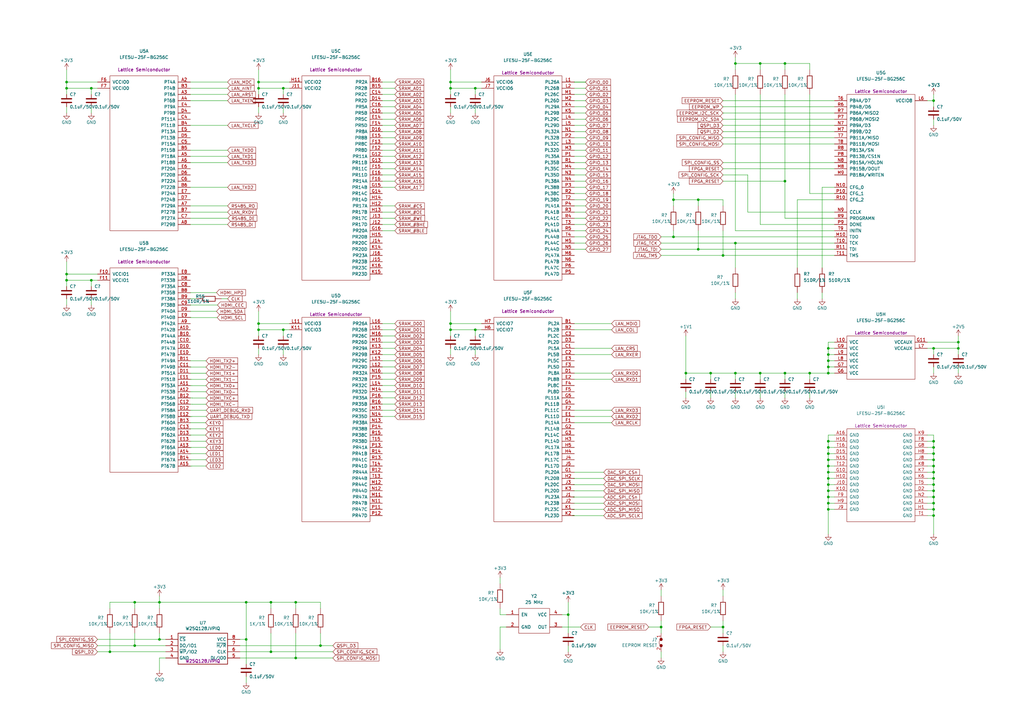
<source format=kicad_sch>
(kicad_sch (version 20230121) (generator eeschema)
  (paper "A3")
  (title_block (title "ПИР СЦХ-254 \"Карно\"\n(Karnix ASB-254)") (date "2023-10-04") (rev "V1.0") (company "ООО \"Фабмикро\"") (comment 1 "ФМТД.466961.029 Э3") (comment 2 "Залата Р.Н."))
  (junction (at 106.045 132.715))
  (junction (at 286.385 102.235))
  (junction (at 27.305 112.4204))
  (junction (at 382.905 206.375))
  (junction (at 276.225 81.915))
  (junction (at 286.385 81.915))
  (junction (at 382.905 201.295))
  (junction (at 339.725 153.035))
  (junction (at 271.145 257.175))
  (junction (at 339.725 203.835))
  (junction (at 106.045 36.195))
  (junction (at 339.725 188.595))
  (junction (at 184.785 33.655))
  (junction (at 194.945 36.195))
  (junction (at 339.725 186.055))
  (junction (at 339.725 183.515))
  (junction (at 100.965 262.255))
  (junction (at 339.725 201.295))
  (junction (at 339.725 191.135))
  (junction (at 184.785 132.715))
  (junction (at 106.045 33.655))
  (junction (at 184.785 135.255))
  (junction (at 301.625 153.035))
  (junction (at 296.545 104.775))
  (junction (at 121.285 269.875))
  (junction (at 281.305 153.035))
  (junction (at 382.905 41.275))
  (junction (at 106.045 135.255))
  (junction (at 296.545 257.175))
  (junction (at 382.905 211.455))
  (junction (at 382.905 186.055))
  (junction (at 339.725 150.495))
  (junction (at 339.725 147.955))
  (junction (at 339.725 198.755))
  (junction (at 321.945 153.035))
  (junction (at 332.105 153.035))
  (junction (at 339.725 142.875))
  (junction (at 382.905 196.215))
  (junction (at 111.125 247.015))
  (junction (at 194.945 135.255))
  (junction (at 382.905 142.875))
  (junction (at 382.905 191.135))
  (junction (at 55.245 247.015))
  (junction (at 339.725 206.375))
  (junction (at 321.945 74.295))
  (junction (at 27.305 36.195))
  (junction (at 27.305 33.655))
  (junction (at 301.625 26.035))
  (junction (at 65.405 247.015))
  (junction (at 116.205 135.255))
  (junction (at 339.725 180.975))
  (junction (at 65.405 262.255))
  (junction (at 311.785 153.035))
  (junction (at 339.725 145.415))
  (junction (at 27.305 114.935))
  (junction (at 393.065 142.875))
  (junction (at 131.445 264.795))
  (junction (at 393.065 140.335))
  (junction (at 321.945 26.035))
  (junction (at 121.285 247.015))
  (junction (at 382.905 183.515))
  (junction (at 45.085 267.335))
  (junction (at 311.785 26.035))
  (junction (at 276.225 97.155))
  (junction (at 55.245 264.795))
  (junction (at 301.625 99.695))
  (junction (at 382.905 193.675))
  (junction (at 339.725 196.215))
  (junction (at 37.465 114.9604))
  (junction (at 382.905 208.915))
  (junction (at 233.045 252.095))
  (junction (at 382.905 203.835))
  (junction (at 291.465 153.035))
  (junction (at 111.125 267.335))
  (junction (at 37.465 36.195))
  (junction (at 100.965 247.015))
  (junction (at 382.905 188.595))
  (junction (at 339.725 193.675))
  (junction (at 116.205 36.195))
  (junction (at 382.905 180.975))
  (junction (at 339.725 208.915))
  (junction (at 382.905 198.755))
  (junction (at 184.785 36.195))
  (wire (pts (xy 98.425 262.255) (xy 100.965 262.255)))
  (wire (pts (xy 78.6 158.16) (xy 78.6 158.1404)))
  (wire (pts (xy 37.465 114.9604) (xy 37.465 117.475)))
  (wire (pts (xy 78.9 165.78) (xy 78.9 165.7604)))
  (wire (pts (xy 78.105 84.455) (xy 93.345 84.455)))
  (wire (pts (xy 380.365 193.675) (xy 382.905 193.675)))
  (wire (pts (xy 339.725 140.335) (xy 339.725 142.875)))
  (wire (pts (xy 240.157 38.735) (xy 235.585 38.735)))
  (wire (pts (xy 45.085 259.715) (xy 45.085 267.335)))
  (wire (pts (xy 45.085 267.335) (xy 40.005 267.335)))
  (wire (pts (xy 161.925 155.575) (xy 156.845 155.575)))
  (wire (pts (xy 78.3 150.5204) (xy 78.105 150.5204)))
  (wire (pts (xy 84.5 165.78) (xy 78.9 165.78)))
  (wire (pts (xy 184.785 28.575) (xy 184.785 33.655)))
  (wire (pts (xy 296.545 81.915) (xy 296.545 84.455)))
  (wire (pts (xy 240.157 97.155) (xy 235.585 97.155)))
  (wire (pts (xy 380.365 191.135) (xy 382.905 191.135)))
  (wire (pts (xy 55.245 259.715) (xy 55.245 264.795)))
  (wire (pts (xy 78.105 41.275) (xy 93.345 41.275)))
  (wire (pts (xy 276.225 81.915) (xy 276.225 84.455)))
  (wire (pts (xy 342.265 193.675) (xy 339.725 193.675)))
  (wire (pts (xy 342.265 196.215) (xy 339.725 196.215)))
  (wire (pts (xy 184.785 142.875) (xy 184.785 145.415)))
  (wire (pts (xy 78.105 33.655) (xy 93.345 33.655)))
  (wire (pts (xy 78.5622 191.135) (xy 84.455 191.135)))
  (wire (pts (xy 240.157 71.755) (xy 235.585 71.755)))
  (wire (pts (xy 197.485 135.255) (xy 194.945 135.255)))
  (wire (pts (xy 342.265 203.835) (xy 339.725 203.835)))
  (wire (pts (xy 240.157 84.455) (xy 235.585 84.455)))
  (wire (pts (xy 380.365 186.055) (xy 382.905 186.055)))
  (wire (pts (xy 276.225 81.915) (xy 286.385 81.915)))
  (wire (pts (xy 184.785 135.255) (xy 184.785 137.795)))
  (wire (pts (xy 67.945 264.795) (xy 55.245 264.795)))
  (wire (pts (xy 27.305 122.555) (xy 27.305 125.095)))
  (wire (pts (xy 235.5596 33.655) (xy 240.1316 33.655)))
  (wire (pts (xy 342.265 191.135) (xy 339.725 191.135)))
  (wire (pts (xy 78.3082 178.4604) (xy 78.105 178.4604)))
  (wire (pts (xy 106.045 132.715) (xy 106.045 135.255)))
  (wire (pts (xy 121.285 269.875) (xy 98.425 269.875)))
  (wire (pts (xy 301.625 120.015) (xy 301.625 122.555)))
  (wire (pts (xy 342.265 89.535) (xy 321.945 89.535)))
  (wire (pts (xy 296.545 74.295) (xy 321.945 74.295)))
  (wire (pts (xy 332.105 153.035) (xy 332.105 155.575)))
  (wire (pts (xy 301.625 109.855) (xy 301.625 99.695)))
  (wire (pts (xy 337.185 76.835) (xy 337.185 109.855)))
  (wire (pts (xy 78.105 86.995) (xy 93.345 86.995)))
  (wire (pts (xy 382.905 41.275) (xy 382.905 38.735)))
  (wire (pts (xy 78.2574 175.895) (xy 84.328 175.895)))
  (wire (pts (xy 161.925 94.615) (xy 156.845 94.615)))
  (wire (pts (xy 78.3082 178.435) (xy 84.328 178.435)))
  (wire (pts (xy 332.105 160.655) (xy 332.105 163.195)))
  (wire (pts (xy 78.4606 186.0804) (xy 78.4606 186.055)))
  (wire (pts (xy 339.725 145.415) (xy 339.725 147.955)))
  (wire (pts (xy 301.625 26.035) (xy 311.785 26.035)))
  (wire (pts (xy 311.785 26.035) (xy 321.945 26.035)))
  (wire (pts (xy 380.365 142.875) (xy 382.905 142.875)))
  (wire (pts (xy 55.245 247.015) (xy 65.405 247.015)))
  (wire (pts (xy 111.125 249.555) (xy 111.125 247.015)))
  (wire (pts (xy 382.905 43.815) (xy 382.905 41.275)))
  (wire (pts (xy 65.405 262.255) (xy 65.405 259.715)))
  (wire (pts (xy 321.945 26.035) (xy 321.945 28.575)))
  (wire (pts (xy 240.157 41.275) (xy 235.585 41.275)))
  (wire (pts (xy 240.157 69.215) (xy 235.585 69.215)))
  (wire (pts (xy 342.265 150.495) (xy 339.725 150.495)))
  (wire (pts (xy 321.945 153.035) (xy 311.785 153.035)))
  (wire (pts (xy 339.725 150.495) (xy 339.725 153.035)))
  (wire (pts (xy 78.7 160.6804) (xy 78.105 160.6804)))
  (wire (pts (xy 88.8 120) (xy 78.2 120)))
  (wire (pts (xy 271.145 104.775) (xy 296.545 104.775)))
  (wire (pts (xy 382.905 188.595) (xy 382.905 191.135)))
  (wire (pts (xy 271.145 257.175) (xy 271.145 259.715)))
  (wire (pts (xy 161.925 163.195) (xy 156.845 163.195)))
  (wire (pts (xy 342.265 56.515) (xy 296.545 56.515)))
  (wire (pts (xy 40.005 36.195) (xy 37.465 36.195)))
  (wire (pts (xy 100.965 272.415) (xy 100.965 262.255)))
  (wire (pts (xy 235.3 198.755) (xy 235.585 198.755)))
  (wire (pts (xy 78.5114 188.595) (xy 84.455 188.595)))
  (wire (pts (xy 380.365 203.835) (xy 382.905 203.835)))
  (wire (pts (xy 78.6638 170.8404) (xy 78.105 170.8404)))
  (wire (pts (xy 240.157 64.135) (xy 235.585 64.135)))
  (wire (pts (xy 271.145 254.635) (xy 271.145 257.175)))
  (wire (pts (xy 301.625 94.615) (xy 301.625 38.735)))
  (wire (pts (xy 65.405 247.015) (xy 100.965 247.015)))
  (wire (pts (xy 78.4 153.08) (xy 78.4 153.0604)))
  (wire (pts (xy 89.2 125.1) (xy 78.2 125.1)))
  (wire (pts (xy 296.9 48.9) (xy 296.9 48.895)))
  (wire (pts (xy 339.725 208.915) (xy 339.725 219.075)))
  (wire (pts (xy 78.4098 183.515) (xy 84.455 183.515)))
  (wire (pts (xy 339.725 206.375) (xy 339.725 208.915)))
  (wire (pts (xy 327.025 81.915) (xy 342.265 81.915)))
  (wire (pts (xy 78.4 153.0604) (xy 78.105 153.0604)))
  (wire (pts (xy 342.265 86.995) (xy 306.705 86.995)))
  (wire (pts (xy 296.545 94.615) (xy 296.545 104.775)))
  (wire (pts (xy 235.585 135.255) (xy 250.825 135.255)))
  (wire (pts (xy 339.725 186.055) (xy 339.725 188.595)))
  (wire (pts (xy 235 206.375) (xy 235.585 206.375)))
  (wire (pts (xy 116.205 36.195) (xy 106.045 36.195)))
  (wire (pts (xy 84.5 160.7) (xy 78.7 160.7)))
  (wire (pts (xy 161.925 145.415) (xy 156.845 145.415)))
  (wire (pts (xy 161.925 86.995) (xy 156.845 86.995)))
  (wire (pts (xy 111.125 259.715) (xy 111.125 267.335)))
  (wire (pts (xy 342.265 66.675) (xy 296.545 66.675)))
  (wire (pts (xy 161.925 160.655) (xy 156.845 160.655)))
  (wire (pts (xy 382.905 211.455) (xy 382.905 219.075)))
  (wire (pts (xy 296.7 43.82) (xy 296.7 43.815)))
  (wire (pts (xy 382.905 48.895) (xy 382.905 51.435)))
  (wire (pts (xy 78.105 38.735) (xy 93.345 38.735)))
  (wire (pts (xy 234.8 211.455) (xy 235.585 211.455)))
  (wire (pts (xy 121.285 259.715) (xy 121.285 269.875)))
  (wire (pts (xy 342.265 186.055) (xy 339.725 186.055)))
  (wire (pts (xy 235.5 193.7) (xy 235.5 193.675)))
  (wire (pts (xy 235.5 193.675) (xy 235.585 193.675)))
  (wire (pts (xy 393.065 150.495) (xy 393.065 153.035)))
  (wire (pts (xy 382.905 180.975) (xy 382.905 183.515)))
  (wire (pts (xy 291.465 153.035) (xy 281.305 153.035)))
  (wire (pts (xy 240.157 61.595) (xy 235.585 61.595)))
  (wire (pts (xy 380.365 201.295) (xy 382.905 201.295)))
  (wire (pts (xy 37.465 36.195) (xy 27.305 36.195)))
  (wire (pts (xy 276.225 97.155) (xy 342.265 97.155)))
  (wire (pts (xy 161.925 41.275) (xy 156.845 41.275)))
  (wire (pts (xy 286.385 102.235) (xy 342.265 102.235)))
  (wire (pts (xy 161.925 153.035) (xy 156.845 153.035)))
  (wire (pts (xy 78.2 125.1204) (xy 78.105 125.1204)))
  (wire (pts (xy 382.905 142.875) (xy 382.905 145.415)))
  (wire (pts (xy 382.905 198.755) (xy 382.905 201.295)))
  (wire (pts (xy 271.145 241.935) (xy 271.145 244.475)))
  (wire (pts (xy 78.2574 175.9204) (xy 78.105 175.9204)))
  (wire (pts (xy 301.625 153.035) (xy 291.465 153.035)))
  (wire (pts (xy 78.6638 170.8404) (xy 78.6638 170.815)))
  (wire (pts (xy 235.585 155.575) (xy 250.825 155.575)))
  (wire (pts (xy 67.945 267.335) (xy 45.085 267.335)))
  (wire (pts (xy 235.1 203.86) (xy 235.1 203.835)))
  (wire (pts (xy 235.585 132.715) (xy 250.825 132.715)))
  (wire (pts (xy 78.3082 178.4604) (xy 78.3082 178.435)))
  (wire (pts (xy 78.5114 188.6204) (xy 78.5114 188.595)))
  (wire (pts (xy 276.225 94.615) (xy 276.225 97.155)))
  (wire (pts (xy 161.925 46.355) (xy 156.845 46.355)))
  (wire (pts (xy 45.085 249.555) (xy 45.085 247.015)))
  (wire (pts (xy 78.359 180.975) (xy 84.455 180.975)))
  (wire (pts (xy 382.905 186.055) (xy 382.905 188.595)))
  (wire (pts (xy 161.925 168.275) (xy 156.845 168.275)))
  (wire (pts (xy 301.625 23.495) (xy 301.625 26.035)))
  (wire (pts (xy 65.405 244.475) (xy 65.405 247.015)))
  (wire (pts (xy 37.465 122.555) (xy 37.465 125.095)))
  (wire (pts (xy 118.745 36.195) (xy 116.205 36.195)))
  (wire (pts (xy 100.965 247.015) (xy 111.125 247.015)))
  (wire (pts (xy 296.7 43.815) (xy 342.265 43.815)))
  (wire (pts (xy 321.945 26.035) (xy 332.105 26.035)))
  (wire (pts (xy 84.5 150.54) (xy 78.3 150.54)))
  (wire (pts (xy 311.785 38.735) (xy 311.785 92.075)))
  (wire (pts (xy 194.945 142.875) (xy 194.945 145.415)))
  (wire (pts (xy 161.925 137.795) (xy 156.845 137.795)))
  (wire (pts (xy 296.545 53.975) (xy 342.265 53.975)))
  (wire (pts (xy 281.305 163.195) (xy 281.305 160.655)))
  (wire (pts (xy 235 206.4) (xy 235 206.375)))
  (wire (pts (xy 291.465 155.575) (xy 291.465 153.035)))
  (wire (pts (xy 380.365 188.595) (xy 382.905 188.595)))
  (wire (pts (xy 296.5 46.36) (xy 296.8 46.36)))
  (wire (pts (xy 116.205 135.255) (xy 106.045 135.255)))
  (wire (pts (xy 78.2 127.6604) (xy 78.105 127.6604)))
  (wire (pts (xy 161.925 48.895) (xy 156.845 48.895)))
  (wire (pts (xy 382.905 193.675) (xy 382.905 196.215)))
  (wire (pts (xy 106.045 135.255) (xy 106.045 137.795)))
  (wire (pts (xy 235.585 153.035) (xy 250.825 153.035)))
  (wire (pts (xy 240.157 94.615) (xy 235.585 94.615)))
  (wire (pts (xy 116.205 36.195) (xy 116.205 38.735)))
  (wire (pts (xy 27.305 43.815) (xy 27.305 46.355)))
  (wire (pts (xy 382.905 191.135) (xy 382.905 193.675)))
  (wire (pts (xy 78.2066 173.3804) (xy 78.2066 173.355)))
  (wire (pts (xy 339.725 201.295) (xy 339.725 203.835)))
  (wire (pts (xy 121.285 247.015) (xy 131.445 247.015)))
  (wire (pts (xy 301.625 28.575) (xy 301.625 26.035)))
  (wire (pts (xy 161.925 69.215) (xy 156.845 69.215)))
  (wire (pts (xy 271.145 99.695) (xy 301.625 99.695)))
  (wire (pts (xy 161.925 147.955) (xy 156.845 147.955)))
  (wire (pts (xy 100.965 277.495) (xy 100.965 280.035)))
  (wire (pts (xy 380.365 178.435) (xy 382.905 178.435)))
  (wire (pts (xy 271.145 267.335) (xy 271.145 269.875)))
  (wire (pts (xy 205.105 239.395) (xy 205.105 236.855)))
  (wire (pts (xy 342.265 183.515) (xy 339.725 183.515)))
  (wire (pts (xy 321.945 74.295) (xy 321.945 89.535)))
  (wire (pts (xy 55.245 264.795) (xy 40.005 264.795)))
  (wire (pts (xy 78.2 148) (xy 78.2 147.9804)))
  (wire (pts (xy 78.105 76.835) (xy 93.345 76.835)))
  (wire (pts (xy 235.585 173.355) (xy 250.825 173.355)))
  (wire (pts (xy 296.6 41.28) (xy 296.6 41.275)))
  (wire (pts (xy 380.365 208.915) (xy 382.905 208.915)))
  (wire (pts (xy 311.785 153.035) (xy 301.625 153.035)))
  (wire (pts (xy 296.8 46.355) (xy 342.265 46.355)))
  (wire (pts (xy 240.157 74.295) (xy 235.585 74.295)))
  (wire (pts (xy 380.365 41.275) (xy 382.905 41.275)))
  (wire (pts (xy 161.925 142.875) (xy 156.845 142.875)))
  (wire (pts (xy 380.365 183.515) (xy 382.905 183.515)))
  (wire (pts (xy 27.305 36.195) (xy 27.305 38.735)))
  (wire (pts (xy 337.185 122.555) (xy 337.185 120.015)))
  (wire (pts (xy 207.645 252.095) (xy 205.105 252.095)))
  (wire (pts (xy 106.045 33.655) (xy 106.045 36.195)))
  (wire (pts (xy 78.9 165.7604) (xy 78.105 165.7604)))
  (wire (pts (xy 78.5622 191.1604) (xy 78.5622 191.135)))
  (wire (pts (xy 184.785 132.715) (xy 184.785 135.255)))
  (wire (pts (xy 78.105 186.0804) (xy 78.4606 186.0804)))
  (wire (pts (xy 240.1316 33.6804) (xy 240.1316 33.655)))
  (wire (pts (xy 116.205 43.815) (xy 116.205 46.355)))
  (wire (pts (xy 78.3 150.54) (xy 78.3 150.5204)))
  (wire (pts (xy 37.465 114.935) (xy 27.305 114.935)))
  (wire (pts (xy 296.6 41.275) (xy 342.265 41.275)))
  (wire (pts (xy 84.5 153.08) (xy 78.4 153.08)))
  (wire (pts (xy 240.157 56.515) (xy 235.585 56.515)))
  (wire (pts (xy 78.2066 173.3804) (xy 78.105 173.3804)))
  (wire (pts (xy 106.045 142.875) (xy 106.045 145.415)))
  (wire (pts (xy 78.8 163.2204) (xy 78.105 163.2204)))
  (wire (pts (xy 342.265 208.915) (xy 339.725 208.915)))
  (wire (pts (xy 194.945 135.255) (xy 184.785 135.255)))
  (wire (pts (xy 45.085 247.015) (xy 55.245 247.015)))
  (wire (pts (xy 339.725 198.755) (xy 339.725 201.295)))
  (wire (pts (xy 281.305 153.035) (xy 281.305 137.795)))
  (wire (pts (xy 184.785 127.635) (xy 184.785 132.715)))
  (wire (pts (xy 286.385 94.615) (xy 286.385 102.235)))
  (wire (pts (xy 276.225 79.375) (xy 276.225 81.915)))
  (wire (pts (xy 194.945 36.195) (xy 184.785 36.195)))
  (wire (pts (xy 382.905 203.835) (xy 382.905 206.375)))
  (wire (pts (xy 161.925 89.535) (xy 156.845 89.535)))
  (wire (pts (xy 235.2 201.295) (xy 235.585 201.295)))
  (wire (pts (xy 382.905 201.295) (xy 382.905 203.835)))
  (wire (pts (xy 235.4 196.24) (xy 235.4 196.215)))
  (wire (pts (xy 235.1 203.835) (xy 235.585 203.835)))
  (wire (pts (xy 194.945 135.255) (xy 194.945 137.795)))
  (wire (pts (xy 240.157 81.915) (xy 235.585 81.915)))
  (wire (pts (xy 78.3 130.2004) (xy 78.105 130.2004)))
  (wire (pts (xy 342.265 201.295) (xy 339.725 201.295)))
  (wire (pts (xy 296.545 259.715) (xy 296.545 257.175)))
  (wire (pts (xy 78.105 36.195) (xy 93.345 36.195)))
  (wire (pts (xy 382.905 196.215) (xy 382.905 198.755)))
  (wire (pts (xy 197.485 36.195) (xy 194.945 36.195)))
  (wire (pts (xy 339.725 183.515) (xy 339.725 186.055)))
  (wire (pts (xy 247.6 203.86) (xy 235.1 203.86)))
  (wire (pts (xy 240.157 53.975) (xy 235.585 53.975)))
  (wire (pts (xy 382.905 142.875) (xy 393.065 142.875)))
  (wire (pts (xy 339.725 198.755) (xy 342.265 198.755)))
  (wire (pts (xy 78.4098 183.5404) (xy 78.4098 183.515)))
  (wire (pts (xy 301.625 99.695) (xy 342.265 99.695)))
  (wire (pts (xy 161.925 61.595) (xy 156.845 61.595)))
  (wire (pts (xy 78.613 168.3004) (xy 78.613 168.275)))
  (wire (pts (xy 296.5 43.82) (xy 296.7 43.82)))
  (wire (pts (xy 234.9 208.94) (xy 234.9 208.915)))
  (wire (pts (xy 84.5 155.62) (xy 78.5 155.62)))
  (wire (pts (xy 184.785 33.655) (xy 184.785 36.195)))
  (wire (pts (xy 342.265 147.955) (xy 339.725 147.955)))
  (wire (pts (xy 339.725 196.215) (xy 339.725 198.755)))
  (wire (pts (xy 65.405 262.255) (xy 40.005 262.255)))
  (wire (pts (xy 271.145 97.155) (xy 276.225 97.155)))
  (wire (pts (xy 235.4 196.215) (xy 235.585 196.215)))
  (wire (pts (xy 78.2 120) (xy 78.2 120.0404)))
  (wire (pts (xy 339.725 178.435) (xy 339.725 180.975)))
  (wire (pts (xy 78.5 155.62) (xy 78.5 155.6004)))
  (wire (pts (xy 111.125 267.335) (xy 98.425 267.335)))
  (wire (pts (xy 235.585 145.415) (xy 250.825 145.415)))
  (wire (pts (xy 161.925 33.655) (xy 156.845 33.655)))
  (wire (pts (xy 286.385 81.915) (xy 286.385 84.455)))
  (wire (pts (xy 78.2066 173.355) (xy 84.328 173.355)))
  (wire (pts (xy 235.5596 33.655) (xy 235.5596 33.6804)))
  (wire (pts (xy 311.785 160.655) (xy 311.785 163.195)))
  (wire (pts (xy 184.785 43.815) (xy 184.785 46.355)))
  (wire (pts (xy 240.157 99.695) (xy 235.585 99.695)))
  (wire (pts (xy 342.265 188.595) (xy 339.725 188.595)))
  (wire (pts (xy 291.465 160.655) (xy 291.465 163.195)))
  (wire (pts (xy 247.6 196.24) (xy 235.4 196.24)))
  (wire (pts (xy 339.725 180.975) (xy 339.725 183.515)))
  (wire (pts (xy 301.625 155.575) (xy 301.625 153.035)))
  (wire (pts (xy 78.2 127.7) (xy 78.2 127.6604)))
  (wire (pts (xy 235.585 170.815) (xy 250.825 170.815)))
  (wire (pts (xy 78.105 64.135) (xy 93.345 64.135)))
  (wire (pts (xy 136.525 267.335) (xy 111.125 267.335)))
  (wire (pts (xy 78.2 120.0404) (xy 78.105 120.0404)))
  (wire (pts (xy 136.525 269.875) (xy 121.285 269.875)))
  (wire (pts (xy 393.065 140.335) (xy 393.065 142.875)))
  (wire (pts (xy 291.465 257.175) (xy 296.545 257.175)))
  (wire (pts (xy 247.6 208.94) (xy 234.9 208.94)))
  (wire (pts (xy 234.8 211.48) (xy 234.8 211.455)))
  (wire (pts (xy 342.265 180.975) (xy 339.725 180.975)))
  (wire (pts (xy 235.3 198.78) (xy 235.3 198.755)))
  (wire (pts (xy 55.245 249.555) (xy 55.245 247.015)))
  (wire (pts (xy 121.285 249.555) (xy 121.285 247.015)))
  (wire (pts (xy 161.925 64.135) (xy 156.845 64.135)))
  (wire (pts (xy 240.157 59.055) (xy 235.585 59.055)))
  (wire (pts (xy 78.7 160.7) (xy 78.7 160.6804)))
  (wire (pts (xy 116.205 135.255) (xy 116.205 137.795)))
  (wire (pts (xy 382.905 150.495) (xy 382.905 153.035)))
  (wire (pts (xy 240.157 46.355) (xy 235.585 46.355)))
  (wire (pts (xy 311.785 26.035) (xy 311.785 28.575)))
  (wire (pts (xy 240.1316 33.6804) (xy 235.5596 33.6804)))
  (wire (pts (xy 100.965 247.015) (xy 100.965 262.255)))
  (wire (pts (xy 161.925 140.335) (xy 156.845 140.335)))
  (wire (pts (xy 78.105 66.675) (xy 93.345 66.675)))
  (wire (pts (xy 342.265 69.215) (xy 296.545 69.215)))
  (wire (pts (xy 240.157 79.375) (xy 235.585 79.375)))
  (wire (pts (xy 161.925 66.675) (xy 156.845 66.675)))
  (wire (pts (xy 235.585 168.275) (xy 250.825 168.275)))
  (wire (pts (xy 321.945 160.655) (xy 321.945 163.195)))
  (wire (pts (xy 339.725 142.875) (xy 339.725 145.415)))
  (wire (pts (xy 247.6 201.32) (xy 235.2 201.32)))
  (wire (pts (xy 78.6 158.1404) (xy 78.105 158.1404)))
  (wire (pts (xy 240.157 92.075) (xy 235.585 92.075)))
  (wire (pts (xy 342.265 94.615) (xy 301.625 94.615)))
  (wire (pts (xy 161.925 92.075) (xy 156.845 92.075)))
  (wire (pts (xy 342.265 206.375) (xy 339.725 206.375)))
  (wire (pts (xy 118.745 33.655) (xy 106.045 33.655)))
  (wire (pts (xy 118.745 135.255) (xy 116.205 135.255)))
  (wire (pts (xy 78.4606 186.055) (xy 84.455 186.055)))
  (wire (pts (xy 296.8 46.36) (xy 296.8 46.355)))
  (wire (pts (xy 342.265 145.415) (xy 339.725 145.415)))
  (wire (pts (xy 380.365 211.455) (xy 382.905 211.455)))
  (wire (pts (xy 161.925 51.435) (xy 156.845 51.435)))
  (wire (pts (xy 116.205 142.875) (xy 116.205 145.415)))
  (wire (pts (xy 247.6 206.4) (xy 235 206.4)))
  (wire (pts (xy 342.265 51.435) (xy 296.545 51.435)))
  (wire (pts (xy 106.045 127.635) (xy 106.045 132.715)))
  (wire (pts (xy 98.425 264.795) (xy 131.445 264.795)))
  (wire (pts (xy 161.925 56.515) (xy 156.845 56.515)))
  (wire (pts (xy 37.465 114.9604) (xy 37.465 114.935)))
  (wire (pts (xy 205.105 257.175) (xy 205.105 266.319)))
  (wire (pts (xy 78.4098 183.5404) (xy 78.105 183.5404)))
  (wire (pts (xy 27.305 33.655) (xy 27.305 36.195)))
  (wire (pts (xy 161.925 53.975) (xy 156.845 53.975)))
  (wire (pts (xy 339.725 147.955) (xy 339.725 150.495)))
  (wire (pts (xy 332.105 153.035) (xy 321.945 153.035)))
  (wire (pts (xy 327.025 81.915) (xy 327.025 109.855)))
  (wire (pts (xy 78.359 181.0004) (xy 78.359 180.975)))
  (wire (pts (xy 380.365 196.215) (xy 382.905 196.215)))
  (wire (pts (xy 78.105 122.5804) (xy 78.1558 122.5804)))
  (wire (pts (xy 332.105 79.375) (xy 332.105 38.735)))
  (wire (pts (xy 321.945 155.575) (xy 321.945 153.035)))
  (wire (pts (xy 306.705 71.755) (xy 296.545 71.755)))
  (wire (pts (xy 194.945 36.195) (xy 194.945 38.735)))
  (wire (pts (xy 240.157 36.195) (xy 235.585 36.195)))
  (wire (pts (xy 342.265 76.835) (xy 337.185 76.835)))
  (wire (pts (xy 161.925 132.715) (xy 156.845 132.715)))
  (wire (pts (xy 301.625 160.655) (xy 301.625 163.195)))
  (wire (pts (xy 111.125 247.015) (xy 121.285 247.015)))
  (wire (pts (xy 296.545 104.775) (xy 342.265 104.775)))
  (wire (pts (xy 78.105 51.435) (xy 93.345 51.435)))
  (wire (pts (xy 37.465 43.815) (xy 37.465 46.355)))
  (wire (pts (xy 78.3 130.24) (xy 78.3 130.2004)))
  (wire (pts (xy 382.905 198.755) (xy 380.365 198.755)))
  (wire (pts (xy 240.157 76.835) (xy 235.585 76.835)))
  (wire (pts (xy 342.265 59.055) (xy 296.545 59.055)))
  (wire (pts (xy 78.2 147.9804) (xy 78.105 147.9804)))
  (wire (pts (xy 230.505 252.095) (xy 233.045 252.095)))
  (wire (pts (xy 286.385 81.915) (xy 296.545 81.915)))
  (wire (pts (xy 84.5 163.24) (xy 78.8 163.24)))
  (wire (pts (xy 234.9 208.915) (xy 235.585 208.915)))
  (wire (pts (xy 235.585 142.875) (xy 250.825 142.875)))
  (wire (pts (xy 106.045 36.195) (xy 106.045 38.735)))
  (wire (pts (xy 161.925 43.815) (xy 156.845 43.815)))
  (wire (pts (xy 230.505 257.175) (xy 238.125 257.175)))
  (wire (pts (xy 296.9 48.895) (xy 342.265 48.895)))
  (wire (pts (xy 339.725 188.595) (xy 339.725 191.135)))
  (wire (pts (xy 240.157 43.815) (xy 235.585 43.815)))
  (wire (pts (xy 161.925 158.115) (xy 156.845 158.115)))
  (wire (pts (xy 380.365 140.335) (xy 393.065 140.335)))
  (wire (pts (xy 27.305 28.575) (xy 27.305 33.655)))
  (wire (pts (xy 78.2 125.1) (xy 78.2 125.1204)))
  (wire (pts (xy 161.925 170.815) (xy 156.845 170.815)))
  (wire (pts (xy 342.265 140.335) (xy 339.725 140.335)))
  (wire (pts (xy 240.157 102.235) (xy 235.585 102.235)))
  (wire (pts (xy 90.805 122.555) (xy 93.345 122.555)))
  (wire (pts (xy 118.745 132.715) (xy 106.045 132.715)))
  (wire (pts (xy 339.725 153.035) (xy 332.105 153.035)))
  (wire (pts (xy 311.785 155.575) (xy 311.785 153.035)))
  (wire (pts (xy 40.005 114.9604) (xy 37.465 114.9604)))
  (wire (pts (xy 161.925 150.495) (xy 156.845 150.495)))
  (wire (pts (xy 240.157 89.535) (xy 235.585 89.535)))
  (wire (pts (xy 89.1 130.24) (xy 78.3 130.24)))
  (wire (pts (xy 78.613 168.3004) (xy 78.105 168.3004)))
  (wire (pts (xy 106.045 43.815) (xy 106.045 46.355)))
  (wire (pts (xy 131.445 264.795) (xy 136.525 264.795)))
  (wire (pts (xy 78.105 61.595) (xy 93.345 61.595)))
  (wire (pts (xy 247.6 193.7) (xy 235.5 193.7)))
  (wire (pts (xy 296.5 41.28) (xy 296.6 41.28)))
  (wire (pts (xy 37.465 36.195) (xy 37.465 38.735)))
  (wire (pts (xy 161.925 135.255) (xy 156.845 135.255)))
  (wire (pts (xy 233.045 252.095) (xy 233.045 247.015)))
  (wire (pts (xy 131.445 249.555) (xy 131.445 247.015)))
  (wire (pts (xy 65.405 269.875) (xy 65.405 274.955)))
  (wire (pts (xy 339.725 203.835) (xy 339.725 206.375)))
  (wire (pts (xy 78.359 181.0004) (xy 78.105 181.0004)))
  (wire (pts (xy 88.8 127.7) (xy 78.2 127.7)))
  (wire (pts (xy 393.065 142.875) (xy 393.065 145.415)))
  (wire (pts (xy 27.305 114.935) (xy 27.305 117.475)))
  (wire (pts (xy 339.725 191.135) (xy 339.725 193.675)))
  (wire (pts (xy 321.945 38.735) (xy 321.945 74.295)))
  (wire (pts (xy 235.2 201.32) (xy 235.2 201.295)))
  (wire (pts (xy 342.265 92.075) (xy 311.785 92.075)))
  (wire (pts (xy 161.925 76.835) (xy 156.845 76.835)))
  (wire (pts (xy 382.905 178.435) (xy 382.905 180.975)))
  (wire (pts (xy 207.645 257.175) (xy 205.105 257.175)))
  (wire (pts (xy 27.305 112.4204) (xy 27.305 114.935)))
  (wire (pts (xy 247.6 211.48) (xy 234.8 211.48)))
  (wire (pts (xy 342.265 142.875) (xy 339.725 142.875)))
  (wire (pts (xy 78.5114 188.6204) (xy 78.105 188.6204)))
  (wire (pts (xy 40.005 112.4204) (xy 27.305 112.4204)))
  (wire (pts (xy 27.305 107.315) (xy 27.305 112.4204)))
  (wire (pts (xy 306.705 86.995) (xy 306.705 71.755)))
  (wire (pts (xy 332.105 26.035) (xy 332.105 28.575)))
  (wire (pts (xy 40.005 33.655) (xy 27.305 33.655)))
  (wire (pts (xy 93.472 89.535) (xy 78.105 89.535)))
  (wire (pts (xy 235.5596 33.6804) (xy 235.585 33.655)))
  (wire (pts (xy 161.925 165.735) (xy 156.845 165.735)))
  (wire (pts (xy 205.105 252.095) (xy 205.105 249.555)))
  (wire (pts (xy 380.365 180.975) (xy 382.905 180.975)))
  (wire (pts (xy 161.925 36.195) (xy 156.845 36.195)))
  (wire (pts (xy 240.157 48.895) (xy 235.585 48.895)))
  (wire (pts (xy 67.945 262.255) (xy 65.405 262.255)))
  (wire (pts (xy 296.5 48.9) (xy 296.9 48.9)))
  (wire (pts (xy 380.365 206.375) (xy 382.905 206.375)))
  (wire (pts (xy 240.157 66.675) (xy 235.585 66.675)))
  (wire (pts (xy 78.6638 170.815) (xy 84.582 170.815)))
  (wire (pts (xy 233.045 264.795) (xy 233.045 267.335)))
  (wire (pts (xy 339.725 193.675) (xy 339.725 196.215)))
  (wire (pts (xy 161.925 38.735) (xy 156.845 38.735)))
  (wire (pts (xy 296.545 264.795) (xy 296.545 267.335)))
  (wire (pts (xy 78.1558 122.555) (xy 80.645 122.555)))
  (wire (pts (xy 131.445 259.715) (xy 131.445 264.795)))
  (wire (pts (xy 194.945 43.815) (xy 194.945 46.355)))
  (wire (pts (xy 161.925 59.055) (xy 156.845 59.055)))
  (wire (pts (xy 67.945 269.875) (xy 65.405 269.875)))
  (wire (pts (xy 161.925 74.295) (xy 156.845 74.295)))
  (wire (pts (xy 382.905 206.375) (xy 382.905 208.915)))
  (wire (pts (xy 84.5 148) (xy 78.2 148)))
  (wire (pts (xy 78.8 163.24) (xy 78.8 163.2204)))
  (wire (pts (xy 78.5 155.6004) (xy 78.105 155.6004)))
  (wire (pts (xy 342.265 79.375) (xy 332.105 79.375)))
  (wire (pts (xy 184.785 36.195) (xy 184.785 38.735)))
  (wire (pts (xy 327.025 122.555) (xy 327.025 120.015)))
  (wire (pts (xy 342.265 153.035) (xy 339.725 153.035)))
  (wire (pts (xy 342.265 178.435) (xy 339.725 178.435)))
  (wire (pts (xy 240.157 86.995) (xy 235.585 86.995)))
  (wire (pts (xy 382.905 183.515) (xy 382.905 186.055)))
  (wire (pts (xy 161.925 71.755) (xy 156.845 71.755)))
  (wire (pts (xy 233.045 259.715) (xy 233.045 252.095)))
  (wire (pts (xy 78.1558 122.5804) (xy 78.1558 122.555)))
  (wire (pts (xy 240.157 51.435) (xy 235.585 51.435)))
  (wire (pts (xy 161.925 84.455) (xy 156.845 84.455)))
  (wire (pts (xy 197.485 33.655) (xy 184.785 33.655)))
  (wire (pts (xy 78.105 191.1604) (xy 78.5622 191.1604)))
  (wire (pts (xy 65.405 247.015) (xy 65.405 249.555)))
  (wire (pts (xy 78.613 168.275) (xy 84.582 168.275)))
  (wire (pts (xy 106.045 28.575) (xy 106.045 33.655)))
  (wire (pts (xy 281.305 155.575) (xy 281.305 153.035)))
  (wire (pts (xy 382.905 208.915) (xy 382.905 211.455)))
  (wire (pts (xy 78.105 92.075) (xy 93.345 92.075)))
  (wire (pts (xy 296.545 257.175) (xy 296.545 254.635)))
  (wire (pts (xy 296.545 244.475) (xy 296.545 241.935)))
  (wire (pts (xy 84.5 158.16) (xy 78.6 158.16)))
  (wire (pts (xy 247.6 198.78) (xy 235.3 198.78)))
  (wire (pts (xy 78.2574 175.9204) (xy 78.2574 175.895)))
  (wire (pts (xy 197.485 132.715) (xy 184.785 132.715)))
  (wire (pts (xy 266.065 257.175) (xy 271.145 257.175)))
  (wire (pts (xy 393.065 140.335) (xy 393.065 137.795)))
  (wire (pts (xy 271.145 102.235) (xy 286.385 102.235)))
  (global_label "SRAM_D04" (shape input) (at 161.925 142.875 0) (property "Intersheetrefs" "${INTERSHEET_REFS}" (effects hide)))
  (global_label "GPIO_20" (shape input) (at 240.157 84.455 0) (property "Intersheetrefs" "${INTERSHEET_REFS}" (effects hide)))
  (global_label "HDMI_TX1-" (shape input) (at 84.5 155.62 0) (property "Intersheetrefs" "${INTERSHEET_REFS}" (effects hide)))
  (global_label "SRAM_D02" (shape input) (at 161.925 137.795 0) (property "Intersheetrefs" "${INTERSHEET_REFS}" (effects hide)))
  (global_label "ADC_SPI_MISO" (shape input) (at 247.6 208.94 0) (property "Intersheetrefs" "${INTERSHEET_REFS}" (effects hide)))
  (global_label "GPIO_12" (shape input) (at 240.157 64.135 0) (property "Intersheetrefs" "${INTERSHEET_REFS}" (effects hide)))
  (global_label "HDMI_TXC-" (shape input) (at 84.5 165.78 0) (property "Intersheetrefs" "${INTERSHEET_REFS}" (effects hide)))
  (global_label "UART_DEBUG_TXD" (shape input) (at 84.582 170.815 0) (property "Intersheetrefs" "${INTERSHEET_REFS}" (effects hide)))
  (global_label "ADC_SPI_SCLK" (shape input) (at 247.6 211.48 0) (property "Intersheetrefs" "${INTERSHEET_REFS}" (effects hide)))
  (global_label "GPIO_14" (shape input) (at 240.157 69.215 0) (property "Intersheetrefs" "${INTERSHEET_REFS}" (effects hide)))
  (global_label "EEPROM_RESET" (shape input) (at 266.065 257.175 180) (property "Intersheetrefs" "${INTERSHEET_REFS}" (effects hide)))
  (global_label "JTAG_TCK" (shape input) (at 271.145 99.695 180) (property "Intersheetrefs" "${INTERSHEET_REFS}" (effects hide)))
  (global_label "JTAG_TMS" (shape input) (at 271.145 104.775 180) (property "Intersheetrefs" "${INTERSHEET_REFS}" (effects hide)))
  (global_label "HDMI_TX1+" (shape input) (at 84.5 153.08 0) (property "Intersheetrefs" "${INTERSHEET_REFS}" (effects hide)))
  (global_label "SPI_CONFIG_MISO" (shape input) (at 40.005 264.795 180) (property "Intersheetrefs" "${INTERSHEET_REFS}" (effects hide)))
  (global_label "GPIO_15" (shape input) (at 240.157 71.755 0) (property "Intersheetrefs" "${INTERSHEET_REFS}" (effects hide)))
  (global_label "SRAM_D15" (shape input) (at 161.925 170.815 0) (property "Intersheetrefs" "${INTERSHEET_REFS}" (effects hide)))
  (global_label "SRAM_A12" (shape input) (at 161.925 64.135 0) (property "Intersheetrefs" "${INTERSHEET_REFS}" (effects hide)))
  (global_label "SPI_CONFIG_SCK" (shape input) (at 136.525 267.335 0) (property "Intersheetrefs" "${INTERSHEET_REFS}" (effects hide)))
  (global_label "SRAM_A07" (shape input) (at 161.925 51.435 0) (property "Intersheetrefs" "${INTERSHEET_REFS}" (effects hide)))
  (global_label "SPI_CONFIG_SS" (shape input) (at 296.545 66.675 180) (property "Intersheetrefs" "${INTERSHEET_REFS}" (effects hide)))
  (global_label "SRAM_#WE" (shape input) (at 161.925 89.535 0) (property "Intersheetrefs" "${INTERSHEET_REFS}" (effects hide)))
  (global_label "GPIO_07" (shape input) (at 240.157 51.435 0) (property "Intersheetrefs" "${INTERSHEET_REFS}" (effects hide)))
  (global_label "HDMI_TX2-" (shape input) (at 84.5 150.54 0) (property "Intersheetrefs" "${INTERSHEET_REFS}" (effects hide)))
  (global_label "EEPROM_WP" (shape input) (at 296.5 43.82 180) (property "Intersheetrefs" "${INTERSHEET_REFS}" (effects hide)))
  (global_label "HDMI_CEC" (shape input) (at 89.2 125.1 0) (property "Intersheetrefs" "${INTERSHEET_REFS}" (effects hide)))
  (global_label "RS485_DE" (shape input) (at 93.472 89.535 0) (property "Intersheetrefs" "${INTERSHEET_REFS}" (effects hide)))
  (global_label "DAC_SPI_MOSI" (shape input) (at 247.6 198.78 0) (property "Intersheetrefs" "${INTERSHEET_REFS}" (effects hide)))
  (global_label "LAN_RXDV" (shape input) (at 93.345 86.995 0) (property "Intersheetrefs" "${INTERSHEET_REFS}" (effects hide)))
  (global_label "LED1" (shape input) (at 84.455 186.055 0) (property "Intersheetrefs" "${INTERSHEET_REFS}" (effects hide)))
  (global_label "SRAM_A10" (shape input) (at 161.925 59.055 0) (property "Intersheetrefs" "${INTERSHEET_REFS}" (effects hide)))
  (global_label "SPI_CONFIG_SS" (shape input) (at 40.005 262.255 180) (property "Intersheetrefs" "${INTERSHEET_REFS}" (effects hide)))
  (global_label "GPIO_06" (shape input) (at 240.157 48.895 0) (property "Intersheetrefs" "${INTERSHEET_REFS}" (effects hide)))
  (global_label "FPGA_RESET" (shape input) (at 291.465 257.175 180) (property "Intersheetrefs" "${INTERSHEET_REFS}" (effects hide)))
  (global_label "SRAM_A03" (shape input) (at 161.925 41.275 0) (property "Intersheetrefs" "${INTERSHEET_REFS}" (effects hide)))
  (global_label "LAN_MDC" (shape input) (at 93.345 33.655 0) (property "Intersheetrefs" "${INTERSHEET_REFS}" (effects hide)))
  (global_label "LAN_COL" (shape input) (at 250.825 135.255 0) (property "Intersheetrefs" "${INTERSHEET_REFS}" (effects hide)))
  (global_label "SRAM_A02" (shape input) (at 161.925 38.735 0) (property "Intersheetrefs" "${INTERSHEET_REFS}" (effects hide)))
  (global_label "LAN_TXD1" (shape input) (at 93.345 64.135 0) (property "Intersheetrefs" "${INTERSHEET_REFS}" (effects hide)))
  (global_label "GPIO_02" (shape input) (at 240.157 38.735 0) (property "Intersheetrefs" "${INTERSHEET_REFS}" (effects hide)))
  (global_label "GPIO_00" (shape input) (at 240.1316 33.6804 0) (property "Intersheetrefs" "${INTERSHEET_REFS}" (effects hide)))
  (global_label "HDMI_TX0+" (shape input) (at 84.5 158.16 0) (property "Intersheetrefs" "${INTERSHEET_REFS}" (effects hide)))
  (global_label "GPIO_08" (shape input) (at 240.157 53.975 0) (property "Intersheetrefs" "${INTERSHEET_REFS}" (effects hide)))
  (global_label "SRAM_D12" (shape input) (at 161.925 163.195 0) (property "Intersheetrefs" "${INTERSHEET_REFS}" (effects hide)))
  (global_label "SRAM_#BLE" (shape input) (at 161.925 94.615 0) (property "Intersheetrefs" "${INTERSHEET_REFS}" (effects hide)))
  (global_label "FPGA_RESET" (shape input) (at 296.545 69.215 180) (property "Intersheetrefs" "${INTERSHEET_REFS}" (effects hide)))
  (global_label "LED3" (shape input) (at 84.455 188.595 0) (property "Intersheetrefs" "${INTERSHEET_REFS}" (effects hide)))
  (global_label "LAN_MDIO" (shape input) (at 250.825 132.715 0) (property "Intersheetrefs" "${INTERSHEET_REFS}" (effects hide)))
  (global_label "LAN_TXD3" (shape input) (at 93.345 66.675 0) (property "Intersheetrefs" "${INTERSHEET_REFS}" (effects hide)))
  (global_label "GPIO_24" (shape input) (at 240.157 94.615 0) (property "Intersheetrefs" "${INTERSHEET_REFS}" (effects hide)))
  (global_label "GPIO_26" (shape input) (at 240.157 99.695 0) (property "Intersheetrefs" "${INTERSHEET_REFS}" (effects hide)))
  (global_label "SRAM_#BHE" (shape input) (at 161.925 92.075 0) (property "Intersheetrefs" "${INTERSHEET_REFS}" (effects hide)))
  (global_label "LAN_CRS" (shape input) (at 250.825 142.875 0) (property "Intersheetrefs" "${INTERSHEET_REFS}" (effects hide)))
  (global_label "SRAM_A05" (shape input) (at 161.925 46.355 0) (property "Intersheetrefs" "${INTERSHEET_REFS}" (effects hide)))
  (global_label "QSPI_D2" (shape input) (at 40.005 267.335 180) (property "Intersheetrefs" "${INTERSHEET_REFS}" (effects hide)))
  (global_label "GPIO_03" (shape input) (at 240.157 41.275 0) (property "Intersheetrefs" "${INTERSHEET_REFS}" (effects hide)))
  (global_label "SRAM_D00" (shape input) (at 161.925 132.715 0) (property "Intersheetrefs" "${INTERSHEET_REFS}" (effects hide)))
  (global_label "GPIO_21" (shape input) (at 240.157 86.995 0) (property "Intersheetrefs" "${INTERSHEET_REFS}" (effects hide)))
  (global_label "SPI_CONFIG_MISO" (shape input) (at 296.545 56.515 180) (property "Intersheetrefs" "${INTERSHEET_REFS}" (effects hide)))
  (global_label "SRAM_A06" (shape input) (at 161.925 48.895 0) (property "Intersheetrefs" "${INTERSHEET_REFS}" (effects hide)))
  (global_label "LAN_TXCLK" (shape input) (at 93.345 51.435 0) (property "Intersheetrefs" "${INTERSHEET_REFS}" (effects hide)))
  (global_label "QSPI_D3" (shape input) (at 296.545 51.435 180) (property "Intersheetrefs" "${INTERSHEET_REFS}" (effects hide)))
  (global_label "SRAM_D05" (shape input) (at 161.925 145.415 0) (property "Intersheetrefs" "${INTERSHEET_REFS}" (effects hide)))
  (global_label "RS485_RO" (shape input) (at 93.345 84.455 0) (property "Intersheetrefs" "${INTERSHEET_REFS}" (effects hide)))
  (global_label "LAN_RXER" (shape input) (at 250.825 145.415 0) (property "Intersheetrefs" "${INTERSHEET_REFS}" (effects hide)))
  (global_label "JTAG_TDI" (shape input) (at 271.145 102.235 180) (property "Intersheetrefs" "${INTERSHEET_REFS}" (effects hide)))
  (global_label "GPIO_16" (shape input) (at 240.157 74.295 0) (property "Intersheetrefs" "${INTERSHEET_REFS}" (effects hide)))
  (global_label "SPI_CONFIG_MOSI" (shape input) (at 136.525 269.875 0) (property "Intersheetrefs" "${INTERSHEET_REFS}" (effects hide)))
  (global_label "GPIO_05" (shape input) (at 240.157 46.355 0) (property "Intersheetrefs" "${INTERSHEET_REFS}" (effects hide)))
  (global_label "LAN_nRST" (shape input) (at 93.345 38.735 0) (property "Intersheetrefs" "${INTERSHEET_REFS}" (effects hide)))
  (global_label "GPIO_13" (shape input) (at 240.157 66.675 0) (property "Intersheetrefs" "${INTERSHEET_REFS}" (effects hide)))
  (global_label "GPIO_09" (shape input) (at 240.157 56.515 0) (property "Intersheetrefs" "${INTERSHEET_REFS}" (effects hide)))
  (global_label "CLK" (shape input) (at 238.125 257.175 0) (property "Intersheetrefs" "${INTERSHEET_REFS}" (effects hide)))
  (global_label "LAN_RXD2" (shape input) (at 250.825 170.815 0) (property "Intersheetrefs" "${INTERSHEET_REFS}" (effects hide)))
  (global_label "GPIO_19" (shape input) (at 240.157 81.915 0) (property "Intersheetrefs" "${INTERSHEET_REFS}" (effects hide)))
  (global_label "GPIO_17" (shape input) (at 240.157 76.835 0) (property "Intersheetrefs" "${INTERSHEET_REFS}" (effects hide)))
  (global_label "SRAM_D07" (shape input) (at 161.925 150.495 0) (property "Intersheetrefs" "${INTERSHEET_REFS}" (effects hide)))
  (global_label "LAN_RXD1" (shape input) (at 250.825 155.575 0) (property "Intersheetrefs" "${INTERSHEET_REFS}" (effects hide)))
  (global_label "LED2" (shape input) (at 84.455 191.135 0) (property "Intersheetrefs" "${INTERSHEET_REFS}" (effects hide)))
  (global_label "HDMI_TXC+" (shape input) (at 84.5 163.24 0) (property "Intersheetrefs" "${INTERSHEET_REFS}" (effects hide)))
  (global_label "RS485_DI" (shape input) (at 93.345 92.075 0) (property "Intersheetrefs" "${INTERSHEET_REFS}" (effects hide)))
  (global_label "FPGA_RESET" (shape input) (at 296.545 74.295 180) (property "Intersheetrefs" "${INTERSHEET_REFS}" (effects hide)))
  (global_label "SRAM_A13" (shape input) (at 161.925 66.675 0) (property "Intersheetrefs" "${INTERSHEET_REFS}" (effects hide)))
  (global_label "HDMI_TX2+" (shape input) (at 84.5 148 0) (property "Intersheetrefs" "${INTERSHEET_REFS}" (effects hide)))
  (global_label "GPIO_11" (shape input) (at 240.157 61.595 0) (property "Intersheetrefs" "${INTERSHEET_REFS}" (effects hide)))
  (global_label "QSPI_D2" (shape input) (at 296.545 53.975 180) (property "Intersheetrefs" "${INTERSHEET_REFS}" (effects hide)))
  (global_label "SRAM_D11" (shape input) (at 161.925 160.655 0) (property "Intersheetrefs" "${INTERSHEET_REFS}" (effects hide)))
  (global_label "SRAM_D06" (shape input) (at 161.925 147.955 0) (property "Intersheetrefs" "${INTERSHEET_REFS}" (effects hide)))
  (global_label "SRAM_#CS" (shape input) (at 161.925 84.455 0) (property "Intersheetrefs" "${INTERSHEET_REFS}" (effects hide)))
  (global_label "GPIO_27" (shape input) (at 240.157 102.235 0) (property "Intersheetrefs" "${INTERSHEET_REFS}" (effects hide)))
  (global_label "LAN_RCLK" (shape input) (at 250.825 173.355 0) (property "Intersheetrefs" "${INTERSHEET_REFS}" (effects hide)))
  (global_label "SRAM_A15" (shape input) (at 161.925 71.755 0) (property "Intersheetrefs" "${INTERSHEET_REFS}" (effects hide)))
  (global_label "SRAM_D01" (shape input) (at 161.925 135.255 0) (property "Intersheetrefs" "${INTERSHEET_REFS}" (effects hide)))
  (global_label "GPIO_25" (shape input) (at 240.157 97.155 0) (property "Intersheetrefs" "${INTERSHEET_REFS}" (effects hide)))
  (global_label "GPIO_01" (shape input) (at 240.157 36.195 0) (property "Intersheetrefs" "${INTERSHEET_REFS}" (effects hide)))
  (global_label "SRAM_D03" (shape input) (at 161.925 140.335 0) (property "Intersheetrefs" "${INTERSHEET_REFS}" (effects hide)))
  (global_label "SRAM_A14" (shape input) (at 161.925 69.215 0) (property "Intersheetrefs" "${INTERSHEET_REFS}" (effects hide)))
  (global_label "ADC_SPI_MOSI" (shape input) (at 247.6 206.4 0) (property "Intersheetrefs" "${INTERSHEET_REFS}" (effects hide)))
  (global_label "SRAM_A09" (shape input) (at 161.925 56.515 0) (property "Intersheetrefs" "${INTERSHEET_REFS}" (effects hide)))
  (global_label "KEY3" (shape input) (at 84.455 180.975 0) (property "Intersheetrefs" "${INTERSHEET_REFS}" (effects hide)))
  (global_label "LAN_RXD0" (shape input) (at 250.825 153.035 0) (property "Intersheetrefs" "${INTERSHEET_REFS}" (effects hide)))
  (global_label "HDMI_HPD" (shape input) (at 88.8 120 0) (property "Intersheetrefs" "${INTERSHEET_REFS}" (effects hide)))
  (global_label "ADC_SPI_CSn" (shape input) (at 247.6 203.86 0) (property "Intersheetrefs" "${INTERSHEET_REFS}" (effects hide)))
  (global_label "HDMI_TX0-" (shape input) (at 84.5 160.7 0) (property "Intersheetrefs" "${INTERSHEET_REFS}" (effects hide)))
  (global_label "SPI_CONFIG_SCK" (shape input) (at 296.545 71.755 180) (property "Intersheetrefs" "${INTERSHEET_REFS}" (effects hide)))
  (global_label "SRAM_A01" (shape input) (at 161.925 36.195 0) (property "Intersheetrefs" "${INTERSHEET_REFS}" (effects hide)))
  (global_label "SRAM_D13" (shape input) (at 161.925 165.735 0) (property "Intersheetrefs" "${INTERSHEET_REFS}" (effects hide)))
  (global_label "DAC_SPI_MISO" (shape input) (at 247.6 201.32 0) (property "Intersheetrefs" "${INTERSHEET_REFS}" (effects hide)))
  (global_label "SRAM_D14" (shape input) (at 161.925 168.275 0) (property "Intersheetrefs" "${INTERSHEET_REFS}" (effects hide)))
  (global_label "KEY0" (shape input) (at 84.328 173.355 0) (property "Intersheetrefs" "${INTERSHEET_REFS}" (effects hide)))
  (global_label "LAN_RXD3" (shape input) (at 250.825 168.275 0) (property "Intersheetrefs" "${INTERSHEET_REFS}" (effects hide)))
  (global_label "SRAM_A16" (shape input) (at 161.925 74.295 0) (property "Intersheetrefs" "${INTERSHEET_REFS}" (effects hide)))
  (global_label "SRAM_A08" (shape input) (at 161.925 53.975 0) (property "Intersheetrefs" "${INTERSHEET_REFS}" (effects hide)))
  (global_label "DAC_SPI_CSn" (shape input) (at 247.6 193.7 0) (property "Intersheetrefs" "${INTERSHEET_REFS}" (effects hide)))
  (global_label "KEY2" (shape input) (at 84.328 178.435 0) (property "Intersheetrefs" "${INTERSHEET_REFS}" (effects hide)))
  (global_label "GPIO_10" (shape input) (at 240.157 59.055 0) (property "Intersheetrefs" "${INTERSHEET_REFS}" (effects hide)))
  (global_label "EEPROM_I2C_SDA" (shape input) (at 296.5 48.9 180) (property "Intersheetrefs" "${INTERSHEET_REFS}" (effects hide)))
  (global_label "LAN_TXEN" (shape input) (at 93.345 41.275 0) (property "Intersheetrefs" "${INTERSHEET_REFS}" (effects hide)))
  (global_label "QSPI_D3" (shape input) (at 136.525 264.795 0) (property "Intersheetrefs" "${INTERSHEET_REFS}" (effects hide)))
  (global_label "EEPROM_RESET" (shape input) (at 296.5 41.28 180) (property "Intersheetrefs" "${INTERSHEET_REFS}" (effects hide)))
  (global_label "GPIO_22" (shape input) (at 240.157 89.535 0) (property "Intersheetrefs" "${INTERSHEET_REFS}" (effects hide)))
  (global_label "GPIO_23" (shape input) (at 240.157 92.075 0) (property "Intersheetrefs" "${INTERSHEET_REFS}" (effects hide)))
  (global_label "SRAM_D08" (shape input) (at 161.925 153.035 0) (property "Intersheetrefs" "${INTERSHEET_REFS}" (effects hide)))
  (global_label "SRAM_A17" (shape input) (at 161.925 76.835 0) (property "Intersheetrefs" "${INTERSHEET_REFS}" (effects hide)))
  (global_label "CLK" (shape input) (at 93.345 122.555 0) (property "Intersheetrefs" "${INTERSHEET_REFS}" (effects hide)))
  (global_label "UART_DEBUG_RXD" (shape input) (at 84.582 168.275 0) (property "Intersheetrefs" "${INTERSHEET_REFS}" (effects hide)))
  (global_label "SPI_CONFIG_MOSI" (shape input) (at 296.545 59.055 180) (property "Intersheetrefs" "${INTERSHEET_REFS}" (effects hide)))
  (global_label "HDMI_SDA" (shape input) (at 88.8 127.7 0) (property "Intersheetrefs" "${INTERSHEET_REFS}" (effects hide)))
  (global_label "JTAG_TDO" (shape input) (at 271.145 97.155 180) (property "Intersheetrefs" "${INTERSHEET_REFS}" (effects hide)))
  (global_label "SRAM_D10" (shape input) (at 161.925 158.115 0) (property "Intersheetrefs" "${INTERSHEET_REFS}" (effects hide)))
  (global_label "LED0" (shape input) (at 84.455 183.515 0) (property "Intersheetrefs" "${INTERSHEET_REFS}" (effects hide)))
  (global_label "SRAM_A00" (shape input) (at 161.925 33.655 0) (property "Intersheetrefs" "${INTERSHEET_REFS}" (effects hide)))
  (global_label "DAC_SPI_SCLK" (shape input) (at 247.6 196.24 0) (property "Intersheetrefs" "${INTERSHEET_REFS}" (effects hide)))
  (global_label "SRAM_A11" (shape input) (at 161.925 61.595 0) (property "Intersheetrefs" "${INTERSHEET_REFS}" (effects hide)))
  (global_label "KEY1" (shape input) (at 84.328 175.895 0) (property "Intersheetrefs" "${INTERSHEET_REFS}" (effects hide)))
  (global_label "EEPROM_I2C_SCK" (shape input) (at 296.5 46.36 180) (property "Intersheetrefs" "${INTERSHEET_REFS}" (effects hide)))
  (global_label "SRAM_#OE" (shape input) (at 161.925 86.995 0) (property "Intersheetrefs" "${INTERSHEET_REFS}" (effects hide)))
  (global_label "LAN_TXD2" (shape input) (at 93.345 76.835 0) (property "Intersheetrefs" "${INTERSHEET_REFS}" (effects hide)))
  (global_label "SRAM_A04" (shape input) (at 161.925 43.815 0) (property "Intersheetrefs" "${INTERSHEET_REFS}" (effects hide)))
  (global_label "LAN_nINT" (shape input) (at 93.345 36.195 0) (property "Intersheetrefs" "${INTERSHEET_REFS}" (effects hide)))
  (global_label "GPIO_18" (shape input) (at 240.157 79.375 0) (property "Intersheetrefs" "${INTERSHEET_REFS}" (effects hide)))
  (global_label "HDMI_SCL" (shape input) (at 89.1 130.24 0) (property "Intersheetrefs" "${INTERSHEET_REFS}" (effects hide)))
  (global_label "LAN_TXD0" (shape input) (at 93.345 61.595 0) (property "Intersheetrefs" "${INTERSHEET_REFS}" (effects hide)))
  (global_label "GPIO_04" (shape input) (at 240.157 43.815 0) (property "Intersheetrefs" "${INTERSHEET_REFS}" (effects hide)))
  (global_label "SRAM_D09" (shape input) (at 161.925 155.575 0) (property "Intersheetrefs" "${INTERSHEET_REFS}" (effects hide)))
  (symbol (lib_id "Fabmicro:LFE5U-12F-BG256C") (at 45.085 31.115 0) (unit 1)
    (property "Reference" "U5" (at 59.055 20.955 0))
    (property "Value" "LFE5U-25F-BG256C" (at 59.055 23.495 0))
    (property "Footprint" "Fabmicro:BGA256C80P16X16_1400X1400X170" (effects hide))
    (property "Datasheet" "https://www.latticesemi.com/Products/FPGAandCPLD/ECP9" (effects hide))
    (property "Manufacturer" "Lattice Semiconductor" (at 59.055 28.575 0))
    (property "Mfr. Part Number" "LFE5U-25F-8BG256C" (effects hide))
    (instances (project "Karnix_ASB" (path "" (reference "U5") (unit 1)) (path "" (reference "U?") (unit 1))))
  )
  (symbol (lib_id "Fabmicro:LFE5U-12F-BG256C") (at 45.085 109.8804 0) (unit 2)
    (property "Reference" "U5" (at 59.055 99.7204 0))
    (property "Value" "LFE5U-25F-BG256C" (at 59.055 102.2604 0))
    (property "Footprint" "Fabmicro:BGA256C80P16X16_1400X1400X170" (effects hide))
    (property "Datasheet" "https://www.latticesemi.com/Products/FPGAandCPLD/ECP9" (effects hide))
    (property "Manufacturer" "Lattice Semiconductor" (at 59.055 107.3404 0))
    (property "Mfr. Part Number" "LFE5U-25F-8BG256C" (effects hide))
    (instances (project "Karnix_ASB" (path "" (reference "U5") (unit 2)) (path "" (reference "U?") (unit 2))))
  )
  (symbol (lib_id "Fabmicro:LFE5U-12F-BG256C") (at 123.825 31.115 0) (unit 3)
    (property "Reference" "U5" (at 137.795 20.955 0))
    (property "Value" "LFE5U-25F-BG256C" (at 137.795 23.495 0))
    (property "Footprint" "Fabmicro:BGA256C80P16X16_1400X1400X170" (effects hide))
    (property "Datasheet" "https://www.latticesemi.com/Products/FPGAandCPLD/ECP9" (effects hide))
    (property "Manufacturer" "Lattice Semiconductor" (at 137.795 28.575 0))
    (property "Mfr. Part Number" "LFE5U-25F-8BG256C" (effects hide))
    (instances (project "Karnix_ASB" (path "" (reference "U5") (unit 3)) (path "" (reference "U?") (unit 3))))
  )
  (symbol (lib_id "Fabmicro:LFE5U-12F-BG256C") (at 123.825 130.175 0) (unit 4)
    (property "Reference" "U5" (at 137.795 121.285 0))
    (property "Value" "LFE5U-25F-BG256C" (at 137.795 123.825 0))
    (property "Footprint" "Fabmicro:BGA256C80P16X16_1400X1400X170" (effects hide))
    (property "Datasheet" "https://www.latticesemi.com/Products/FPGAandCPLD/ECP9" (effects hide))
    (property "Manufacturer" "Lattice Semiconductor" (at 137.795 128.905 0))
    (property "Mfr. Part Number" "LFE5U-25F-8BG256C" (effects hide))
    (instances (project "Karnix_ASB" (path "" (reference "U5") (unit 4)) (path "" (reference "U?") (unit 4))))
  )
  (symbol (lib_id "Fabmicro:LFE5U-12F-BG256C") (at 202.565 31.115 0) (unit 5)
    (property "Reference" "U5" (at 216.535 22.225 0))
    (property "Value" "LFE5U-25F-BG256C" (at 216.535 24.765 0))
    (property "Footprint" "Fabmicro:BGA256C80P16X16_1400X1400X170" (effects hide))
    (property "Datasheet" "https://www.latticesemi.com/Products/FPGAandCPLD/ECP9" (effects hide))
    (property "Manufacturer" "Lattice Semiconductor" (at 216.535 29.845 0))
    (property "Mfr. Part Number" "LFE5U-25F-8BG256C" (effects hide))
    (instances (project "Karnix_ASB" (path "" (reference "U5") (unit 5)) (path "" (reference "U?") (unit 5))))
  )
  (symbol (lib_id "Fabmicro:LFE5U-12F-BG256C") (at 202.565 130.175 0) (unit 6)
    (property "Reference" "U5" (at 216.535 120.015 0))
    (property "Value" "LFE5U-25F-BG256C" (at 216.535 122.555 0))
    (property "Footprint" "Fabmicro:BGA256C80P16X16_1400X1400X170" (effects hide))
    (property "Datasheet" "https://www.latticesemi.com/Products/FPGAandCPLD/ECP9" (effects hide))
    (property "Manufacturer" "Lattice Semiconductor" (at 216.535 127.635 0))
    (property "Mfr. Part Number" "LFE5U-25F-8BG256C" (effects hide))
    (instances (project "Karnix_ASB" (path "" (reference "U5") (unit 6)) (path "" (reference "U?") (unit 6))))
  )
  (symbol (lib_id "Fabmicro:LFE5U-12F-BG256C") (at 375.285 38.735 0) (mirror y) (unit 7)
    (property "Reference" "U5" (at 361.315 29.845 0))
    (property "Value" "LFE5U-25F-BG256C" (at 361.315 32.385 0))
    (property "Footprint" "Fabmicro:BGA256C80P16X16_1400X1400X170" (effects hide))
    (property "Datasheet" "https://www.latticesemi.com/Products/FPGAandCPLD/ECP9" (effects hide))
    (property "Manufacturer" "Lattice Semiconductor" (at 361.315 37.465 0))
    (property "Mfr. Part Number" "LFE5U-25F-8BG256C" (effects hide))
    (instances (project "Karnix_ASB" (path "" (reference "U5") (unit 7)) (path "" (reference "U?") (unit 7))))
  )
  (symbol (lib_id "Fabmicro:LFE5U-12F-BG256C") (at 347.345 137.795 0) (unit 8)
    (property "Reference" "U5" (at 361.315 128.905 0))
    (property "Value" "LFE5U-25F-BG256C" (at 361.315 131.445 0))
    (property "Footprint" "Fabmicro:BGA256C80P16X16_1400X1400X170" (effects hide))
    (property "Datasheet" "https://www.latticesemi.com/Products/FPGAandCPLD/ECP9" (effects hide))
    (property "Manufacturer" "Lattice Semiconductor" (at 361.315 136.525 0))
    (property "Mfr. Part Number" "LFE5U-25F-8BG256C" (effects hide))
    (instances (project "Karnix_ASB" (path "" (reference "U5") (unit 8)) (path "" (reference "U?") (unit 8))))
  )
  (symbol (lib_id "Fabmicro:LFE5U-12F-BG256C") (at 347.345 175.895 0) (unit 9)
    (property "Reference" "U5" (at 361.315 167.005 0))
    (property "Value" "LFE5U-25F-BG256C" (at 361.315 169.545 0))
    (property "Footprint" "Fabmicro:BGA256C80P16X16_1400X1400X170" (effects hide))
    (property "Datasheet" "https://www.latticesemi.com/Products/FPGAandCPLD/ECP9" (effects hide))
    (property "Manufacturer" "Lattice Semiconductor" (at 361.315 174.625 0))
    (property "Mfr. Part Number" "LFE5U-25F-8BG256C" (effects hide))
    (instances (project "Karnix_ASB" (path "" (reference "U5") (unit 9)) (path "" (reference "U?") (unit 9))))
  )
  (symbol (lib_id "Fabmicro:Resistor") (at 337.185 114.935 270) (unit 1)
    (property "Reference" "R?" (at 339.725 112.395 90) (effects (justify left)))
    (property "Value" "510R/1%" (at 339.725 114.935 90) (effects (justify left)))
    (property "Footprint" "Fabmicro:R_0402_1005Metric" (effects hide))
    (property "Mfr. Part Number" "RC0402FR-07510RL" (effects hide))
    (instances (project "Karnix_ASB" (path "" (reference "R?") (unit 1)) (path "" (reference "R54") (unit 1))))
  )
  (symbol (lib_id "Fabmicro:Resistor") (at 327.025 114.935 270) (unit 1)
    (property "Reference" "R?" (at 329.565 112.395 90) (effects (justify left)))
    (property "Value" "510R/1%" (at 329.565 114.935 90) (effects (justify left)))
    (property "Footprint" "Fabmicro:R_0402_1005Metric" (effects hide))
    (property "Mfr. Part Number" "RC0402FR-07510RL" (effects hide))
    (instances (project "Karnix_ASB" (path "" (reference "R?") (unit 1)) (path "" (reference "R53") (unit 1))))
  )
  (symbol (lib_id "power:GND") (at 327.025 122.555 0) (mirror y) (unit 1)
    (property "Reference" "#PWR?" (effects hide))
    (property "Value" "GND" (at 327.025 126.365 0))
    (instances (project "Karnix_ASB" (path "" (reference "#PWR?") (unit 1)) (path "" (reference "#PWR070") (unit 1))))
  )
  (symbol (lib_id "power:GND") (at 337.185 122.555 0) (mirror y) (unit 1)
    (property "Reference" "#PWR?" (effects hide))
    (property "Value" "GND" (at 337.185 126.365 0))
    (instances (project "Karnix_ASB" (path "" (reference "#PWR?") (unit 1)) (path "" (reference "#PWR071") (unit 1))))
  )
  (symbol (lib_id "Fabmicro:Resistor") (at 332.105 33.655 270) (unit 1)
    (property "Reference" "R?" (at 327.025 32.385 90) (effects (justify left)))
    (property "Value" "10K/1%" (at 323.215 34.925 90) (effects (justify left)))
    (property "Footprint" "Fabmicro:R_0402_1005Metric" (effects hide))
    (property "Mfr. Part Number" "RC0402FR-0710KL" (effects hide))
    (instances (project "Karnix_ASB" (path "" (reference "R?") (unit 1)) (path "" (reference "R48") (unit 1))))
  )
  (symbol (lib_id "Fabmicro:+3V3") (at 301.625 23.495 0) (unit 1)
    (property "Reference" "#PWR?" (effects hide))
    (property "Value" "+3V3" (at 301.625 19.685 0))
    (instances (project "Karnix_ASB" (path "" (reference "#PWR?") (unit 1)) (path "" (reference "#PWR055") (unit 1))))
  )
  (symbol (lib_id "power:GND") (at 339.725 219.075 0) (mirror y) (unit 1)
    (property "Reference" "#PWR?" (effects hide))
    (property "Value" "GND" (at 339.725 222.885 0))
    (instances (project "Karnix_ASB" (path "" (reference "#PWR?") (unit 1)) (path "" (reference "#PWR091") (unit 1))))
  )
  (symbol (lib_id "Fabmicro:+2V5") (at 393.065 137.795 0) (unit 1)
    (property "Reference" "#PWR077" (effects hide))
    (property "Value" "+2V5" (at 393.065 133.985 0))
  )
  (symbol (lib_id "Fabmicro:Resistor") (at 301.625 114.935 270) (unit 1)
    (property "Reference" "R?" (at 294.005 113.665 90) (effects (justify left)))
    (property "Value" "10K/1%" (at 291.465 116.205 90) (effects (justify left)))
    (property "Footprint" "Fabmicro:R_0402_1005Metric" (effects hide))
    (property "Mfr. Part Number" "RC0402FR-0710KL" (effects hide))
    (instances (project "Karnix_ASB" (path "" (reference "R?") (unit 1)) (path "" (reference "R52") (unit 1))))
  )
  (symbol (lib_id "power:GND") (at 301.625 122.555 0) (mirror y) (unit 1)
    (property "Reference" "#PWR?" (effects hide))
    (property "Value" "GND" (at 301.625 126.365 0))
    (instances (project "Karnix_ASB" (path "" (reference "#PWR?") (unit 1)) (path "" (reference "#PWR069") (unit 1))))
  )
  (symbol (lib_id "Fabmicro:Resistor") (at 296.545 89.535 270) (unit 1)
    (property "Reference" "R?" (at 291.465 88.265 90) (effects (justify left)))
    (property "Value" "10K/1%" (at 287.655 90.805 90) (effects (justify left)))
    (property "Footprint" "Fabmicro:R_0402_1005Metric" (effects hide))
    (property "Mfr. Part Number" "RC0402FR-0710KL" (effects hide))
    (instances (project "Karnix_ASB" (path "" (reference "R?") (unit 1)) (path "" (reference "R51") (unit 1))))
  )
  (symbol (lib_id "Fabmicro:Resistor") (at 276.225 89.535 270) (unit 1)
    (property "Reference" "R?" (at 271.145 88.265 90) (effects (justify left)))
    (property "Value" "10K/1%" (at 267.335 90.805 90) (effects (justify left)))
    (property "Footprint" "Fabmicro:R_0402_1005Metric" (effects hide))
    (property "Mfr. Part Number" "RC0402FR-0710KL" (effects hide))
    (instances (project "Karnix_ASB" (path "" (reference "R?") (unit 1)) (path "" (reference "R49") (unit 1))))
  )
  (symbol (lib_id "Fabmicro:Resistor") (at 286.385 89.535 270) (unit 1)
    (property "Reference" "R?" (at 281.305 88.265 90) (effects (justify left)))
    (property "Value" "10K/1%" (at 277.495 90.805 90) (effects (justify left)))
    (property "Footprint" "Fabmicro:R_0402_1005Metric" (effects hide))
    (property "Mfr. Part Number" "RC0402FR-0710KL" (effects hide))
    (instances (project "Karnix_ASB" (path "" (reference "R?") (unit 1)) (path "" (reference "R50") (unit 1))))
  )
  (symbol (lib_id "power:GND") (at 382.905 219.075 0) (unit 1)
    (property "Reference" "#PWR?" (effects hide))
    (property "Value" "GND" (at 382.905 222.885 0))
    (instances (project "Karnix_ASB" (path "" (reference "#PWR?") (unit 1)) (path "" (reference "#PWR092") (unit 1))))
  )
  (symbol (lib_id "Fabmicro:Resistor") (at 301.625 33.655 270) (unit 1)
    (property "Reference" "R?" (at 296.545 32.385 90) (effects (justify left)))
    (property "Value" "10K/1%" (at 292.735 34.925 90) (effects (justify left)))
    (property "Footprint" "Fabmicro:R_0402_1005Metric" (effects hide))
    (property "Mfr. Part Number" "RC0402FR-0710KL" (effects hide))
    (instances (project "Karnix_ASB" (path "" (reference "R?") (unit 1)) (path "" (reference "R45") (unit 1))))
  )
  (symbol (lib_id "Fabmicro:Resistor") (at 321.945 33.655 270) (unit 1)
    (property "Reference" "R?" (at 316.865 32.385 90) (effects (justify left)))
    (property "Value" "10K/1%" (at 313.055 34.925 90) (effects (justify left)))
    (property "Footprint" "Fabmicro:R_0402_1005Metric" (effects hide))
    (property "Mfr. Part Number" "RC0402FR-0710KL" (effects hide))
    (instances (project "Karnix_ASB" (path "" (reference "R?") (unit 1)) (path "" (reference "R47") (unit 1))))
  )
  (symbol (lib_id "Fabmicro:Resistor") (at 311.785 33.655 270) (unit 1)
    (property "Reference" "R?" (at 306.705 32.385 90) (effects (justify left)))
    (property "Value" "10K/1%" (at 302.895 34.925 90) (effects (justify left)))
    (property "Footprint" "Fabmicro:R_0402_1005Metric" (effects hide))
    (property "Mfr. Part Number" "RC0402FR-0710KL" (effects hide))
    (instances (project "Karnix_ASB" (path "" (reference "R?") (unit 1)) (path "" (reference "R46") (unit 1))))
  )
  (symbol (lib_id "Fabmicro:Resistor") (at 85.725 122.555 0) (unit 1)
    (property "Reference" "R55" (at 80.2 121.6 0) (effects (justify left)))
    (property "Value" "110R/1%" (at 76.8 123.6 0) (effects (justify left)))
    (property "Footprint" "Fabmicro:R_0402_1005Metric" (effects hide))
    (property "Mfr. Part Number" "RC0402FR-07110RL" (effects hide))
    (property "Supplier" "Fabmicro" (effects hide))
    (instances (project "Karnix_ASB" (path "" (reference "R55") (unit 1)) (path "" (reference "R?") (unit 1))))
  )
  (symbol (lib_id "Fabmicro:CapacitorUnpolarized") (at 281.305 158.115 270) (unit 1)
    (property "Reference" "C?" (at 282.575 155.575 90) (effects (justify left)))
    (property "Value" "0.1uF/50V" (at 282.575 160.655 90) (effects (justify left)))
    (property "Footprint" "Capacitor_SMD:C_0402_1005Metric" (effects hide))
    (property "Mfr. Part Number" "CC0402KRX7R9BB104" (effects hide))
    (property "Supplier" "Fabmicro" (effects hide))
    (instances (project "Karnix_ASB" (path "" (reference "C?") (unit 1)) (path "" (reference "C32") (unit 1))))
  )
  (symbol (lib_id "power:GND") (at 281.305 163.195 0) (mirror y) (unit 1)
    (property "Reference" "#PWR?" (effects hide))
    (property "Value" "GND" (at 281.305 167.005 0))
    (instances (project "Karnix_ASB" (path "" (reference "#PWR?") (unit 1)) (path "" (reference "#PWR084") (unit 1))))
  )
  (symbol (lib_id "Fabmicro:CapacitorUnpolarized") (at 291.465 158.115 270) (unit 1)
    (property "Reference" "C?" (at 292.735 155.575 90) (effects (justify left)))
    (property "Value" "0.1uF/50V" (at 292.735 160.655 90) (effects (justify left)))
    (property "Footprint" "Capacitor_SMD:C_0402_1005Metric" (effects hide))
    (property "Mfr. Part Number" "CC0402KRX7R9BB104" (effects hide))
    (property "Supplier" "Fabmicro" (effects hide))
    (instances (project "Karnix_ASB" (path "" (reference "C?") (unit 1)) (path "" (reference "C33") (unit 1))))
  )
  (symbol (lib_id "power:GND") (at 291.465 163.195 0) (mirror y) (unit 1)
    (property "Reference" "#PWR?" (effects hide))
    (property "Value" "GND" (at 291.465 167.005 0))
    (instances (project "Karnix_ASB" (path "" (reference "#PWR?") (unit 1)) (path "" (reference "#PWR085") (unit 1))))
  )
  (symbol (lib_id "Fabmicro:+1V1") (at 281.305 137.795 0) (unit 1)
    (property "Reference" "#PWR076" (effects hide))
    (property "Value" "+1V1" (at 281.305 133.985 0))
    (instances (project "Karnix_ASB" (path "" (reference "#PWR076") (unit 1)) (path "" (reference "#PWR?") (unit 1))))
  )
  (symbol (lib_id "Fabmicro:CapacitorUnpolarized") (at 301.625 158.115 270) (unit 1)
    (property "Reference" "C?" (at 302.895 155.575 90) (effects (justify left)))
    (property "Value" "0.1uF/50V" (at 302.895 160.655 90) (effects (justify left)))
    (property "Footprint" "Capacitor_SMD:C_0402_1005Metric" (effects hide))
    (property "Mfr. Part Number" "CC0402KRX7R9BB104" (effects hide))
    (property "Supplier" "Fabmicro" (effects hide))
    (instances (project "Karnix_ASB" (path "" (reference "C?") (unit 1)) (path "" (reference "C34") (unit 1))))
  )
  (symbol (lib_id "power:GND") (at 301.625 163.195 0) (mirror y) (unit 1)
    (property "Reference" "#PWR?" (effects hide))
    (property "Value" "GND" (at 301.625 167.005 0))
    (instances (project "Karnix_ASB" (path "" (reference "#PWR?") (unit 1)) (path "" (reference "#PWR086") (unit 1))))
  )
  (symbol (lib_id "Fabmicro:CapacitorUnpolarized") (at 311.785 158.115 270) (unit 1)
    (property "Reference" "C?" (at 313.055 155.575 90) (effects (justify left)))
    (property "Value" "0.1uF/50V" (at 313.055 160.655 90) (effects (justify left)))
    (property "Footprint" "Capacitor_SMD:C_0402_1005Metric" (effects hide))
    (property "Mfr. Part Number" "CC0402KRX7R9BB104" (effects hide))
    (property "Supplier" "Fabmicro" (effects hide))
    (instances (project "Karnix_ASB" (path "" (reference "C?") (unit 1)) (path "" (reference "C35") (unit 1))))
  )
  (symbol (lib_id "power:GND") (at 311.785 163.195 0) (mirror y) (unit 1)
    (property "Reference" "#PWR?" (effects hide))
    (property "Value" "GND" (at 311.785 167.005 0))
    (instances (project "Karnix_ASB" (path "" (reference "#PWR?") (unit 1)) (path "" (reference "#PWR087") (unit 1))))
  )
  (symbol (lib_id "Fabmicro:CapacitorUnpolarized") (at 321.945 158.115 270) (unit 1)
    (property "Reference" "C?" (at 323.215 155.575 90) (effects (justify left)))
    (property "Value" "0.1uF/50V" (at 323.215 160.655 90) (effects (justify left)))
    (property "Footprint" "Capacitor_SMD:C_0402_1005Metric" (effects hide))
    (property "Mfr. Part Number" "CC0402KRX7R9BB104" (effects hide))
    (property "Supplier" "Fabmicro" (effects hide))
    (instances (project "Karnix_ASB" (path "" (reference "C?") (unit 1)) (path "" (reference "C36") (unit 1))))
  )
  (symbol (lib_id "power:GND") (at 321.945 163.195 0) (mirror y) (unit 1)
    (property "Reference" "#PWR?" (effects hide))
    (property "Value" "GND" (at 321.945 167.005 0))
    (instances (project "Karnix_ASB" (path "" (reference "#PWR?") (unit 1)) (path "" (reference "#PWR088") (unit 1))))
  )
  (symbol (lib_id "Fabmicro:CapacitorUnpolarized") (at 332.105 158.115 270) (unit 1)
    (property "Reference" "C?" (at 333.375 155.575 90) (effects (justify left)))
    (property "Value" "0.1uF/50V" (at 333.375 160.655 90) (effects (justify left)))
    (property "Footprint" "Capacitor_SMD:C_0402_1005Metric" (effects hide))
    (property "Mfr. Part Number" "CC0402KRX7R9BB104" (effects hide))
    (property "Supplier" "Fabmicro" (effects hide))
    (instances (project "Karnix_ASB" (path "" (reference "C?") (unit 1)) (path "" (reference "C37") (unit 1))))
  )
  (symbol (lib_id "power:GND") (at 332.105 163.195 0) (mirror y) (unit 1)
    (property "Reference" "#PWR?" (effects hide))
    (property "Value" "GND" (at 332.105 167.005 0))
    (instances (project "Karnix_ASB" (path "" (reference "#PWR?") (unit 1)) (path "" (reference "#PWR089") (unit 1))))
  )
  (symbol (lib_id "Fabmicro:CapacitorUnpolarized") (at 382.905 46.355 270) (unit 1)
    (property "Reference" "C?" (at 384.175 43.815 90) (effects (justify left)))
    (property "Value" "0.1uF/50V" (at 384.175 48.895 90) (effects (justify left)))
    (property "Footprint" "Capacitor_SMD:C_0402_1005Metric" (effects hide))
    (property "Mfr. Part Number" "CC0402KRX7R9BB104" (effects hide))
    (property "Supplier" "Fabmicro" (effects hide))
    (instances (project "Karnix_ASB" (path "" (reference "C?") (unit 1)) (path "" (reference "C23") (unit 1))))
  )
  (symbol (lib_id "power:GND") (at 382.905 51.435 0) (mirror y) (unit 1)
    (property "Reference" "#PWR?" (effects hide))
    (property "Value" "GND" (at 382.905 55.245 0))
    (instances (project "Karnix_ASB" (path "" (reference "#PWR?") (unit 1)) (path "" (reference "#PWR066") (unit 1))))
  )
  (symbol (lib_id "Fabmicro:CapacitorUnpolarized") (at 382.905 147.955 270) (unit 1)
    (property "Reference" "C?" (at 384.175 145.415 90) (effects (justify left)))
    (property "Value" "0.1uF/50V" (at 384.175 150.495 90) (effects (justify left)))
    (property "Footprint" "Capacitor_SMD:C_0402_1005Metric" (effects hide))
    (property "Mfr. Part Number" "CC0402KRX7R9BB104" (effects hide))
    (property "Supplier" "Fabmicro" (effects hide))
    (instances (project "Karnix_ASB" (path "" (reference "C?") (unit 1)) (path "" (reference "C30") (unit 1))))
  )
  (symbol (lib_id "power:GND") (at 382.905 153.035 0) (mirror y) (unit 1)
    (property "Reference" "#PWR?" (effects hide))
    (property "Value" "GND" (at 382.905 156.845 0))
    (instances (project "Karnix_ASB" (path "" (reference "#PWR?") (unit 1)) (path "" (reference "#PWR082") (unit 1))))
  )
  (symbol (lib_id "Fabmicro:CapacitorUnpolarized") (at 393.065 147.955 270) (unit 1)
    (property "Reference" "C?" (at 394.335 145.415 90) (effects (justify left)))
    (property "Value" "0.1uF/50V" (at 394.335 150.495 90) (effects (justify left)))
    (property "Footprint" "Capacitor_SMD:C_0402_1005Metric" (effects hide))
    (property "Mfr. Part Number" "CC0402KRX7R9BB104" (effects hide))
    (property "Supplier" "Fabmicro" (effects hide))
    (instances (project "Karnix_ASB" (path "" (reference "C?") (unit 1)) (path "" (reference "C31") (unit 1))))
  )
  (symbol (lib_id "power:GND") (at 393.065 153.035 0) (mirror y) (unit 1)
    (property "Reference" "#PWR?" (effects hide))
    (property "Value" "GND" (at 393.065 156.845 0))
    (instances (project "Karnix_ASB" (path "" (reference "#PWR?") (unit 1)) (path "" (reference "#PWR083") (unit 1))))
  )
  (symbol (lib_id "Fabmicro:+3V3") (at 276.225 79.375 0) (unit 1)
    (property "Reference" "#PWR?" (effects hide))
    (property "Value" "+3V3" (at 276.225 75.565 0))
    (instances (project "Karnix_ASB" (path "" (reference "#PWR?") (unit 1)) (path "" (reference "#PWR067") (unit 1))))
  )
  (symbol (lib_id "Fabmicro:+3V3") (at 65.405 244.475 0) (unit 1)
    (property "Reference" "#PWR?" (effects hide))
    (property "Value" "+3V3" (at 65.405 240.665 0))
    (instances (project "Karnix_ASB" (path "" (reference "#PWR?") (unit 1)) (path "" (reference "#PWR099") (unit 1))))
  )
  (symbol (lib_id "Fabmicro:Resistor") (at 65.405 254.635 270) (unit 1)
    (property "Reference" "R?" (at 60.325 253.365 90) (effects (justify left)))
    (property "Value" "10K/1%" (at 56.515 255.905 90) (effects (justify left)))
    (property "Footprint" "Fabmicro:R_0402_1005Metric" (effects hide))
    (property "Mfr. Part Number" "RC0402FR-0710KL" (effects hide))
    (instances (project "Karnix_ASB" (path "" (reference "R?") (unit 1)) (path "" (reference "R62") (unit 1))))
  )
  (symbol (lib_id "Fabmicro:+3V3") (at 382.905 38.735 0) (unit 1)
    (property "Reference" "#PWR?" (effects hide))
    (property "Value" "+3V3" (at 382.905 34.925 0))
    (instances (project "Karnix_ASB" (path "" (reference "#PWR?") (unit 1)) (path "" (reference "#PWR059") (unit 1))))
  )
  (symbol (lib_id "Fabmicro:Resistor") (at 111.125 254.635 270) (unit 1)
    (property "Reference" "R?" (at 106.045 253.365 90) (effects (justify left)))
    (property "Value" "1K/1%" (at 102.235 255.905 90) (effects (justify left)))
    (property "Footprint" "Fabmicro:R_0402_1005Metric" (effects hide))
    (property "Mfr. Part Number" "RC0402FR-071KL" (effects hide))
    (instances (project "Karnix_ASB" (path "" (reference "R?") (unit 1)) (path "" (reference "R63") (unit 1))))
  )
  (symbol (lib_id "Fabmicro:Jamper") (at 271.145 262.255 90) (mirror x) (unit 1)
    (property "Reference" "J?" (at 269.621 262.3566 90) (effects (justify left)))
    (property "Value" "EEPROM RESET" (at 269.621 264.668 90) (effects (justify left)))
    (property "Footprint" "Fabmicro:PinHeader_1x02_P2.54mm_Vertical" (effects hide))
    (instances (project "Karnix_ASB" (path "" (reference "J?") (unit 1)) (path "" (reference "J?") (unit 1)) (path "" (reference "J2") (unit 1))))
  )
  (symbol (lib_id "Fabmicro:Resistor") (at 271.145 249.555 270) (unit 1)
    (property "Reference" "R?" (at 266.065 248.285 90) (effects (justify left)))
    (property "Value" "10K/1%" (at 262.255 250.825 90) (effects (justify left)))
    (property "Footprint" "Fabmicro:R_0402_1005Metric" (effects hide))
    (property "Mfr. Part Number" "RC0402FR-0710KL" (effects hide))
    (instances (project "Karnix_ASB" (path "" (reference "R?") (unit 1)) (path "" (reference "R58") (unit 1))))
  )
  (symbol (lib_id "Fabmicro:+3V3") (at 271.145 241.935 0) (unit 1)
    (property "Reference" "#PWR?" (effects hide))
    (property "Value" "+3V3" (at 271.145 238.125 0))
    (instances (project "Karnix_ASB" (path "" (reference "#PWR?") (unit 1)) (path "" (reference "#PWR097") (unit 1))))
  )
  (symbol (lib_id "Fabmicro:Resistor") (at 55.245 254.635 270) (unit 1)
    (property "Reference" "R?" (at 50.165 253.365 90) (effects (justify left)))
    (property "Value" "10K/1%" (at 46.355 255.905 90) (effects (justify left)))
    (property "Footprint" "Fabmicro:R_0402_1005Metric" (effects hide))
    (property "Mfr. Part Number" "RC0402FR-0710KL" (effects hide))
    (instances (project "Karnix_ASB" (path "" (reference "R?") (unit 1)) (path "" (reference "R61") (unit 1))))
  )
  (symbol (lib_id "power:GND") (at 271.145 269.875 0) (mirror y) (unit 1)
    (property "Reference" "#PWR?" (effects hide))
    (property "Value" "GND" (at 271.145 273.685 0))
    (instances (project "Karnix_ASB" (path "" (reference "#PWR?") (unit 1)) (path "" (reference "#PWR0104") (unit 1))))
  )
  (symbol (lib_id "Fabmicro:Resistor") (at 45.085 254.635 270) (unit 1)
    (property "Reference" "R?" (at 40.005 253.365 90) (effects (justify left)))
    (property "Value" "10K/1%" (at 36.195 255.905 90) (effects (justify left)))
    (property "Footprint" "Fabmicro:R_0402_1005Metric" (effects hide))
    (property "Mfr. Part Number" "RC0402FR-0710KL" (effects hide))
    (instances (project "Karnix_ASB" (path "" (reference "R?") (unit 1)) (path "" (reference "R60") (unit 1))))
  )
  (symbol (lib_id "Fabmicro:Oscillator") (at 212.725 249.555 0) (unit 1)
    (property "Reference" "Y2" (at 219.075 244.475 0))
    (property "Value" "25 MHz" (at 219.075 247.015 0))
    (property "Footprint" "Fabmicro:Crystal_SMD_EuroQuartz_MT-4Pin_3.2x2.5mm" (effects hide))
    (property "Manufacturer" "AVX" (effects hide))
    (property "Mfr. Part Number" "KC2520B25.0000C2GE00" (effects hide))
  )
  (symbol (lib_id "power:GND") (at 205.105 266.319 0) (mirror y) (unit 1)
    (property "Reference" "#PWR?" (effects hide))
    (property "Value" "GND" (at 205.105 270.129 0))
    (instances (project "Karnix_ASB" (path "" (reference "#PWR?") (unit 1)) (path "" (reference "#PWR0101") (unit 1))))
  )
  (symbol (lib_id "Fabmicro:+3V3") (at 233.045 247.015 0) (unit 1)
    (property "Reference" "#PWR?" (effects hide))
    (property "Value" "+3V3" (at 233.045 243.205 0))
    (instances (project "Karnix_ASB" (path "" (reference "#PWR?") (unit 1)) (path "" (reference "#PWR0100") (unit 1))))
  )
  (symbol (lib_id "Fabmicro:W25Q128JVPIQ") (at 73.025 259.715 0) (unit 1)
    (property "Reference" "U7" (at 83.185 255.4732 0))
    (property "Value" "W25Q128JVPIQ" (at 83.185 257.7846 0))
    (property "Footprint" "Fabmicro:WSON-8-1EP_6x5mm_P1.27mm_EP3.4x4.3mm" (effects hide))
    (property "Datasheet" "http://www.winbond.com/resource-files/w25q128jv_dtr%20revc%2003272018%20plus.pdf" (effects hide))
    (property "Manufacturer" "Winbond" (effects hide))
    (property "Mfr. Part Number" "W25Q128JVPIQ" (at 83.185 271.145 0))
  )
  (symbol (lib_id "Fabmicro:CapacitorUnpolarized") (at 100.965 274.955 270) (unit 1)
    (property "Reference" "C?" (at 102.235 272.415 90) (effects (justify left)))
    (property "Value" "0.1uF/50V" (at 102.235 277.495 90) (effects (justify left)))
    (property "Footprint" "Capacitor_SMD:C_0402_1005Metric" (effects hide))
    (property "Mfr. Part Number" "CC0402KRX7R9BB104" (effects hide))
    (property "Supplier" "Fabmicro" (effects hide))
    (instances (project "Karnix_ASB" (path "" (reference "C?") (unit 1)) (path "" (reference "C41") (unit 1))))
  )
  (symbol (lib_id "power:GND") (at 100.965 280.035 0) (mirror y) (unit 1)
    (property "Reference" "#PWR?" (effects hide))
    (property "Value" "GND" (at 100.965 283.845 0))
    (instances (project "Karnix_ASB" (path "" (reference "#PWR?") (unit 1)) (path "" (reference "#PWR0106") (unit 1))))
  )
  (symbol (lib_id "Fabmicro:CapacitorUnpolarized") (at 106.045 41.275 270) (unit 1)
    (property "Reference" "C?" (at 107.315 38.735 90) (effects (justify left)))
    (property "Value" "0.1uF/50V" (at 107.315 43.815 90) (effects (justify left)))
    (property "Footprint" "Capacitor_SMD:C_0402_1005Metric" (effects hide))
    (property "Mfr. Part Number" "CC0402KRX7R9BB104" (effects hide))
    (property "Supplier" "Fabmicro" (effects hide))
    (instances (project "Karnix_ASB" (path "" (reference "C?") (unit 1)) (path "" (reference "C19") (unit 1))))
  )
  (symbol (lib_id "power:GND") (at 106.045 46.355 0) (mirror y) (unit 1)
    (property "Reference" "#PWR?" (effects hide))
    (property "Value" "GND" (at 106.045 50.165 0))
    (instances (project "Karnix_ASB" (path "" (reference "#PWR?") (unit 1)) (path "" (reference "#PWR062") (unit 1))))
  )
  (symbol (lib_id "Fabmicro:CapacitorUnpolarized") (at 116.205 41.275 270) (unit 1)
    (property "Reference" "C?" (at 117.475 38.735 90) (effects (justify left)))
    (property "Value" "0.1uF/50V" (at 117.475 43.815 90) (effects (justify left)))
    (property "Footprint" "Capacitor_SMD:C_0402_1005Metric" (effects hide))
    (property "Mfr. Part Number" "CC0402KRX7R9BB104" (effects hide))
    (property "Supplier" "Fabmicro" (effects hide))
    (instances (project "Karnix_ASB" (path "" (reference "C?") (unit 1)) (path "" (reference "C20") (unit 1))))
  )
  (symbol (lib_id "power:GND") (at 116.205 46.355 0) (mirror y) (unit 1)
    (property "Reference" "#PWR?" (effects hide))
    (property "Value" "GND" (at 116.205 50.165 0))
    (instances (project "Karnix_ASB" (path "" (reference "#PWR?") (unit 1)) (path "" (reference "#PWR063") (unit 1))))
  )
  (symbol (lib_id "Fabmicro:CapacitorUnpolarized") (at 106.045 140.335 270) (unit 1)
    (property "Reference" "C?" (at 107.315 137.795 90) (effects (justify left)))
    (property "Value" "0.1uF/50V" (at 107.315 142.875 90) (effects (justify left)))
    (property "Footprint" "Capacitor_SMD:C_0402_1005Metric" (effects hide))
    (property "Mfr. Part Number" "CC0402KRX7R9BB104" (effects hide))
    (property "Supplier" "Fabmicro" (effects hide))
    (instances (project "Karnix_ASB" (path "" (reference "C?") (unit 1)) (path "" (reference "C26") (unit 1))))
  )
  (symbol (lib_id "power:GND") (at 106.045 145.415 0) (mirror y) (unit 1)
    (property "Reference" "#PWR?" (effects hide))
    (property "Value" "GND" (at 106.045 149.225 0))
    (instances (project "Karnix_ASB" (path "" (reference "#PWR?") (unit 1)) (path "" (reference "#PWR078") (unit 1))))
  )
  (symbol (lib_id "Fabmicro:CapacitorUnpolarized") (at 116.205 140.335 270) (unit 1)
    (property "Reference" "C?" (at 117.475 137.795 90) (effects (justify left)))
    (property "Value" "0.1uF/50V" (at 117.475 142.875 90) (effects (justify left)))
    (property "Footprint" "Capacitor_SMD:C_0402_1005Metric" (effects hide))
    (property "Mfr. Part Number" "CC0402KRX7R9BB104" (effects hide))
    (property "Supplier" "Fabmicro" (effects hide))
    (instances (project "Karnix_ASB" (path "" (reference "C?") (unit 1)) (path "" (reference "C27") (unit 1))))
  )
  (symbol (lib_id "power:GND") (at 116.205 145.415 0) (mirror y) (unit 1)
    (property "Reference" "#PWR?" (effects hide))
    (property "Value" "GND" (at 116.205 149.225 0))
    (instances (project "Karnix_ASB" (path "" (reference "#PWR?") (unit 1)) (path "" (reference "#PWR079") (unit 1))))
  )
  (symbol (lib_id "Fabmicro:CapacitorUnpolarized") (at 184.785 41.275 270) (unit 1)
    (property "Reference" "C?" (at 186.055 38.735 90) (effects (justify left)))
    (property "Value" "0.1uF/50V" (at 186.055 43.815 90) (effects (justify left)))
    (property "Footprint" "Capacitor_SMD:C_0402_1005Metric" (effects hide))
    (property "Mfr. Part Number" "CC0402KRX7R9BB104" (effects hide))
    (property "Supplier" "Fabmicro" (effects hide))
    (instances (project "Karnix_ASB" (path "" (reference "C?") (unit 1)) (path "" (reference "C21") (unit 1))))
  )
  (symbol (lib_id "power:GND") (at 184.785 46.355 0) (mirror y) (unit 1)
    (property "Reference" "#PWR?" (effects hide))
    (property "Value" "GND" (at 184.785 50.165 0))
    (instances (project "Karnix_ASB" (path "" (reference "#PWR?") (unit 1)) (path "" (reference "#PWR064") (unit 1))))
  )
  (symbol (lib_id "Fabmicro:CapacitorUnpolarized") (at 194.945 41.275 270) (unit 1)
    (property "Reference" "C?" (at 196.215 38.735 90) (effects (justify left)))
    (property "Value" "0.1uF/50V" (at 196.215 43.815 90) (effects (justify left)))
    (property "Footprint" "Capacitor_SMD:C_0402_1005Metric" (effects hide))
    (property "Mfr. Part Number" "CC0402KRX7R9BB104" (effects hide))
    (property "Supplier" "Fabmicro" (effects hide))
    (instances (project "Karnix_ASB" (path "" (reference "C?") (unit 1)) (path "" (reference "C22") (unit 1))))
  )
  (symbol (lib_id "power:GND") (at 194.945 46.355 0) (mirror y) (unit 1)
    (property "Reference" "#PWR?" (effects hide))
    (property "Value" "GND" (at 194.945 50.165 0))
    (instances (project "Karnix_ASB" (path "" (reference "#PWR?") (unit 1)) (path "" (reference "#PWR065") (unit 1))))
  )
  (symbol (lib_id "power:GND") (at 65.405 274.955 0) (mirror y) (unit 1)
    (property "Reference" "#PWR?" (effects hide))
    (property "Value" "GND" (at 65.405 278.765 0))
    (instances (project "Karnix_ASB" (path "" (reference "#PWR?") (unit 1)) (path "" (reference "#PWR0105") (unit 1))))
  )
  (symbol (lib_id "Fabmicro:CapacitorUnpolarized") (at 184.785 140.335 270) (unit 1)
    (property "Reference" "C?" (at 186.055 137.795 90) (effects (justify left)))
    (property "Value" "0.1uF/50V" (at 186.055 142.875 90) (effects (justify left)))
    (property "Footprint" "Capacitor_SMD:C_0402_1005Metric" (effects hide))
    (property "Mfr. Part Number" "CC0402KRX7R9BB104" (effects hide))
    (property "Supplier" "Fabmicro" (effects hide))
    (instances (project "Karnix_ASB" (path "" (reference "C?") (unit 1)) (path "" (reference "C28") (unit 1))))
  )
  (symbol (lib_id "power:GND") (at 184.785 145.415 0) (mirror y) (unit 1)
    (property "Reference" "#PWR?" (effects hide))
    (property "Value" "GND" (at 184.785 149.225 0))
    (instances (project "Karnix_ASB" (path "" (reference "#PWR?") (unit 1)) (path "" (reference "#PWR080") (unit 1))))
  )
  (symbol (lib_id "Fabmicro:CapacitorUnpolarized") (at 194.945 140.335 270) (unit 1)
    (property "Reference" "C?" (at 196.215 137.795 90) (effects (justify left)))
    (property "Value" "0.1uF/50V" (at 196.215 142.875 90) (effects (justify left)))
    (property "Footprint" "Capacitor_SMD:C_0402_1005Metric" (effects hide))
    (property "Mfr. Part Number" "CC0402KRX7R9BB104" (effects hide))
    (property "Supplier" "Fabmicro" (effects hide))
    (instances (project "Karnix_ASB" (path "" (reference "C?") (unit 1)) (path "" (reference "C29") (unit 1))))
  )
  (symbol (lib_id "power:GND") (at 194.945 145.415 0) (mirror y) (unit 1)
    (property "Reference" "#PWR?" (effects hide))
    (property "Value" "GND" (at 194.945 149.225 0))
    (instances (project "Karnix_ASB" (path "" (reference "#PWR?") (unit 1)) (path "" (reference "#PWR081") (unit 1))))
  )
  (symbol (lib_id "Fabmicro:CapacitorUnpolarized") (at 27.305 41.275 270) (unit 1)
    (property "Reference" "C?" (at 28.575 38.735 90) (effects (justify left)))
    (property "Value" "0.1uF/50V" (at 28.575 43.815 90) (effects (justify left)))
    (property "Footprint" "Capacitor_SMD:C_0402_1005Metric" (effects hide))
    (property "Mfr. Part Number" "CC0402KRX7R9BB104" (effects hide))
    (property "Supplier" "Fabmicro" (effects hide))
    (instances (project "Karnix_ASB" (path "" (reference "C?") (unit 1)) (path "" (reference "C17") (unit 1))))
  )
  (symbol (lib_id "power:GND") (at 27.305 46.355 0) (mirror y) (unit 1)
    (property "Reference" "#PWR?" (effects hide))
    (property "Value" "GND" (at 27.305 50.165 0))
    (instances (project "Karnix_ASB" (path "" (reference "#PWR?") (unit 1)) (path "" (reference "#PWR060") (unit 1))))
  )
  (symbol (lib_id "Fabmicro:CapacitorUnpolarized") (at 37.465 41.275 270) (unit 1)
    (property "Reference" "C?" (at 38.735 38.735 90) (effects (justify left)))
    (property "Value" "0.1uF/50V" (at 38.735 43.815 90) (effects (justify left)))
    (property "Footprint" "Capacitor_SMD:C_0402_1005Metric" (effects hide))
    (property "Mfr. Part Number" "CC0402KRX7R9BB104" (effects hide))
    (property "Supplier" "Fabmicro" (effects hide))
    (instances (project "Karnix_ASB" (path "" (reference "C?") (unit 1)) (path "" (reference "C18") (unit 1))))
  )
  (symbol (lib_id "power:GND") (at 37.465 46.355 0) (mirror y) (unit 1)
    (property "Reference" "#PWR?" (effects hide))
    (property "Value" "GND" (at 37.465 50.165 0))
    (instances (project "Karnix_ASB" (path "" (reference "#PWR?") (unit 1)) (path "" (reference "#PWR061") (unit 1))))
  )
  (symbol (lib_id "Fabmicro:CapacitorUnpolarized") (at 27.305 120.015 270) (unit 1)
    (property "Reference" "C?" (at 28.575 117.475 90) (effects (justify left)))
    (property "Value" "0.1uF/50V" (at 28.575 122.555 90) (effects (justify left)))
    (property "Footprint" "Capacitor_SMD:C_0402_1005Metric" (effects hide))
    (property "Mfr. Part Number" "CC0402KRX7R9BB104" (effects hide))
    (property "Supplier" "Fabmicro" (effects hide))
    (instances (project "Karnix_ASB" (path "" (reference "C?") (unit 1)) (path "" (reference "C24") (unit 1))))
  )
  (symbol (lib_id "power:GND") (at 27.305 125.095 0) (mirror y) (unit 1)
    (property "Reference" "#PWR?" (effects hide))
    (property "Value" "GND" (at 27.305 128.905 0))
    (instances (project "Karnix_ASB" (path "" (reference "#PWR?") (unit 1)) (path "" (reference "#PWR072") (unit 1))))
  )
  (symbol (lib_id "Fabmicro:CapacitorUnpolarized") (at 37.465 120.015 270) (unit 1)
    (property "Reference" "C?" (at 38.735 117.475 90) (effects (justify left)))
    (property "Value" "0.1uF/50V" (at 38.735 122.555 90) (effects (justify left)))
    (property "Footprint" "Capacitor_SMD:C_0402_1005Metric" (effects hide))
    (property "Mfr. Part Number" "CC0402KRX7R9BB104" (effects hide))
    (property "Supplier" "Fabmicro" (effects hide))
    (instances (project "Karnix_ASB" (path "" (reference "C?") (unit 1)) (path "" (reference "C25") (unit 1))))
  )
  (symbol (lib_id "power:GND") (at 37.465 125.095 0) (mirror y) (unit 1)
    (property "Reference" "#PWR?" (effects hide))
    (property "Value" "GND" (at 37.465 128.905 0))
    (instances (project "Karnix_ASB" (path "" (reference "#PWR?") (unit 1)) (path "" (reference "#PWR073") (unit 1))))
  )
  (symbol (lib_id "Fabmicro:CapacitorUnpolarized") (at 296.545 262.255 270) (unit 1)
    (property "Reference" "C?" (at 297.815 259.715 90) (effects (justify left)))
    (property "Value" "0.1uF/50V" (at 297.815 264.795 90) (effects (justify left)))
    (property "Footprint" "Capacitor_SMD:C_0402_1005Metric" (effects hide))
    (property "Mfr. Part Number" "CC0402KRX7R9BB104" (effects hide))
    (property "Supplier" "Fabmicro" (effects hide))
    (instances (project "Karnix_ASB" (path "" (reference "C?") (unit 1)) (path "" (reference "C40") (unit 1))))
  )
  (symbol (lib_id "power:GND") (at 296.545 267.335 0) (mirror y) (unit 1)
    (property "Reference" "#PWR?" (effects hide))
    (property "Value" "GND" (at 296.545 271.145 0))
    (instances (project "Karnix_ASB" (path "" (reference "#PWR?") (unit 1)) (path "" (reference "#PWR0103") (unit 1))))
  )
  (symbol (lib_id "Fabmicro:+3V3") (at 27.305 28.575 0) (unit 1)
    (property "Reference" "#PWR?" (effects hide))
    (property "Value" "+3V3" (at 27.305 24.765 0))
    (instances (project "Karnix_ASB" (path "" (reference "#PWR?") (unit 1)) (path "" (reference "#PWR056") (unit 1))))
  )
  (symbol (lib_id "Fabmicro:+3V3") (at 106.045 28.575 0) (unit 1)
    (property "Reference" "#PWR?" (effects hide))
    (property "Value" "+3V3" (at 106.045 24.765 0))
    (instances (project "Karnix_ASB" (path "" (reference "#PWR?") (unit 1)) (path "" (reference "#PWR057") (unit 1))))
  )
  (symbol (lib_id "Fabmicro:+3V3") (at 184.785 28.575 0) (unit 1)
    (property "Reference" "#PWR?" (effects hide))
    (property "Value" "+3V3" (at 184.785 24.765 0))
    (instances (project "Karnix_ASB" (path "" (reference "#PWR?") (unit 1)) (path "" (reference "#PWR058") (unit 1))))
  )
  (symbol (lib_id "Fabmicro:+3V3") (at 27.305 107.315 0) (unit 1)
    (property "Reference" "#PWR?" (effects hide))
    (property "Value" "+3V3" (at 27.305 103.505 0))
    (instances (project "Karnix_ASB" (path "" (reference "#PWR?") (unit 1)) (path "" (reference "#PWR068") (unit 1))))
  )
  (symbol (lib_id "Fabmicro:+3V3") (at 106.045 127.635 0) (unit 1)
    (property "Reference" "#PWR?" (effects hide))
    (property "Value" "+3V3" (at 106.045 123.825 0))
    (instances (project "Karnix_ASB" (path "" (reference "#PWR?") (unit 1)) (path "" (reference "#PWR074") (unit 1))))
  )
  (symbol (lib_id "Fabmicro:+3V3") (at 184.785 127.635 0) (unit 1)
    (property "Reference" "#PWR?" (effects hide))
    (property "Value" "+3V3" (at 184.785 123.825 0))
    (instances (project "Karnix_ASB" (path "" (reference "#PWR?") (unit 1)) (path "" (reference "#PWR075") (unit 1))))
  )
  (symbol (lib_id "Fabmicro:Resistor") (at 121.285 254.635 270) (unit 1)
    (property "Reference" "R?" (at 116.205 253.365 90) (effects (justify left)))
    (property "Value" "10K/1%" (at 112.395 255.905 90) (effects (justify left)))
    (property "Footprint" "Fabmicro:R_0402_1005Metric" (effects hide))
    (property "Mfr. Part Number" "RC0402FR-0710KL" (effects hide))
    (instances (project "Karnix_ASB" (path "" (reference "R?") (unit 1)) (path "" (reference "R64") (unit 1))))
  )
  (symbol (lib_id "Fabmicro:Resistor") (at 131.445 254.635 270) (unit 1)
    (property "Reference" "R?" (at 126.365 253.365 90) (effects (justify left)))
    (property "Value" "10K/1%" (at 122.555 255.905 90) (effects (justify left)))
    (property "Footprint" "Fabmicro:R_0402_1005Metric" (effects hide))
    (property "Mfr. Part Number" "RC0402FR-0710KL" (effects hide))
    (instances (project "Karnix_ASB" (path "" (reference "R?") (unit 1)) (path "" (reference "R65") (unit 1))))
  )
  (symbol (lib_id "Fabmicro:CapacitorUnpolarized") (at 233.045 262.255 270) (unit 1)
    (property "Reference" "C?" (at 234.315 259.715 90) (effects (justify left)))
    (property "Value" "0.1uF/50V" (at 234.315 264.795 90) (effects (justify left)))
    (property "Footprint" "Capacitor_SMD:C_0402_1005Metric" (effects hide))
    (property "Mfr. Part Number" "CC0402KRX7R9BB104" (effects hide))
    (property "Supplier" "Fabmicro" (effects hide))
    (instances (project "Karnix_ASB" (path "" (reference "C?") (unit 1)) (path "" (reference "C39") (unit 1))))
  )
  (symbol (lib_id "power:GND") (at 233.045 267.335 0) (mirror y) (unit 1)
    (property "Reference" "#PWR?" (effects hide))
    (property "Value" "GND" (at 233.045 271.145 0))
    (instances (project "Karnix_ASB" (path "" (reference "#PWR?") (unit 1)) (path "" (reference "#PWR0102") (unit 1))))
  )
  (symbol (lib_id "Fabmicro:Resistor") (at 296.545 249.555 270) (unit 1)
    (property "Reference" "R?" (at 291.465 248.285 90) (effects (justify left)))
    (property "Value" "10K/1%" (at 287.655 250.825 90) (effects (justify left)))
    (property "Footprint" "Fabmicro:R_0402_1005Metric" (effects hide))
    (property "Mfr. Part Number" "RC0402FR-0710KL" (effects hide))
    (instances (project "Karnix_ASB" (path "" (reference "R?") (unit 1)) (path "" (reference "R59") (unit 1))))
  )
  (symbol (lib_id "Fabmicro:+3V3") (at 296.545 241.935 0) (unit 1)
    (property "Reference" "#PWR?" (effects hide))
    (property "Value" "+3V3" (at 296.545 238.125 0))
    (instances (project "Karnix_ASB" (path "" (reference "#PWR?") (unit 1)) (path "" (reference "#PWR098") (unit 1))))
  )
  (symbol (lib_id "Fabmicro:+3V3") (at 205.105 236.855 0) (unit 1)
    (property "Reference" "#PWR?" (effects hide))
    (property "Value" "+3V3" (at 205.105 233.045 0))
    (instances (project "Karnix_ASB" (path "" (reference "#PWR?") (unit 1)) (path "" (reference "#PWR096") (unit 1))))
  )
  (symbol (lib_id "Fabmicro:Resistor") (at 205.105 244.475 270) (unit 1)
    (property "Reference" "R?" (at 200.025 243.205 90) (effects (justify left)))
    (property "Value" "10K/1%" (at 196.215 245.745 90) (effects (justify left)))
    (property "Footprint" "Fabmicro:R_0402_1005Metric" (effects hide))
    (property "Mfr. Part Number" "RC0402FR-0710KL" (effects hide))
    (instances (project "Karnix_ASB" (path "" (reference "R?") (unit 1)) (path "" (reference "R57") (unit 1))))
  )
)
</source>
